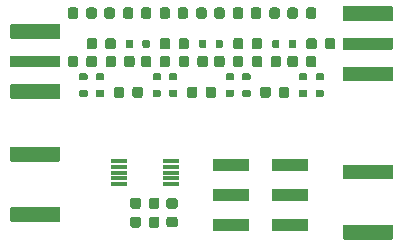
<source format=gtp>
G04 #@! TF.GenerationSoftware,KiCad,Pcbnew,5.1.5-52549c5~84~ubuntu16.04.1*
G04 #@! TF.CreationDate,2020-01-10T16:28:10+01:00*
G04 #@! TF.ProjectId,Filter_PCB_4,46696c74-6572-45f5-9043-425f342e6b69,rev?*
G04 #@! TF.SameCoordinates,Original*
G04 #@! TF.FileFunction,Paste,Top*
G04 #@! TF.FilePolarity,Positive*
%FSLAX46Y46*%
G04 Gerber Fmt 4.6, Leading zero omitted, Abs format (unit mm)*
G04 Created by KiCad (PCBNEW 5.1.5-52549c5~84~ubuntu16.04.1) date 2020-01-10 16:28:10*
%MOMM*%
%LPD*%
G04 APERTURE LIST*
%ADD10C,0.100000*%
%ADD11R,3.150000X1.000000*%
%ADD12R,1.400000X0.300000*%
G04 APERTURE END LIST*
D10*
G36*
X180787252Y-110025602D02*
G01*
X180799386Y-110027402D01*
X180811286Y-110030382D01*
X180822835Y-110034515D01*
X180833925Y-110039760D01*
X180844446Y-110046066D01*
X180854299Y-110053374D01*
X180863388Y-110061612D01*
X180871626Y-110070701D01*
X180878934Y-110080554D01*
X180885240Y-110091075D01*
X180890485Y-110102165D01*
X180894618Y-110113714D01*
X180897598Y-110125614D01*
X180899398Y-110137748D01*
X180900000Y-110150000D01*
X180900000Y-111150000D01*
X180899398Y-111162252D01*
X180897598Y-111174386D01*
X180894618Y-111186286D01*
X180890485Y-111197835D01*
X180885240Y-111208925D01*
X180878934Y-111219446D01*
X180871626Y-111229299D01*
X180863388Y-111238388D01*
X180854299Y-111246626D01*
X180844446Y-111253934D01*
X180833925Y-111260240D01*
X180822835Y-111265485D01*
X180811286Y-111269618D01*
X180799386Y-111272598D01*
X180787252Y-111274398D01*
X180775000Y-111275000D01*
X176775000Y-111275000D01*
X176762748Y-111274398D01*
X176750614Y-111272598D01*
X176738714Y-111269618D01*
X176727165Y-111265485D01*
X176716075Y-111260240D01*
X176705554Y-111253934D01*
X176695701Y-111246626D01*
X176686612Y-111238388D01*
X176678374Y-111229299D01*
X176671066Y-111219446D01*
X176664760Y-111208925D01*
X176659515Y-111197835D01*
X176655382Y-111186286D01*
X176652402Y-111174386D01*
X176650602Y-111162252D01*
X176650000Y-111150000D01*
X176650000Y-110150000D01*
X176650602Y-110137748D01*
X176652402Y-110125614D01*
X176655382Y-110113714D01*
X176659515Y-110102165D01*
X176664760Y-110091075D01*
X176671066Y-110080554D01*
X176678374Y-110070701D01*
X176686612Y-110061612D01*
X176695701Y-110053374D01*
X176705554Y-110046066D01*
X176716075Y-110039760D01*
X176727165Y-110034515D01*
X176738714Y-110030382D01*
X176750614Y-110027402D01*
X176762748Y-110025602D01*
X176775000Y-110025000D01*
X180775000Y-110025000D01*
X180787252Y-110025602D01*
G37*
G36*
X180787252Y-115125602D02*
G01*
X180799386Y-115127402D01*
X180811286Y-115130382D01*
X180822835Y-115134515D01*
X180833925Y-115139760D01*
X180844446Y-115146066D01*
X180854299Y-115153374D01*
X180863388Y-115161612D01*
X180871626Y-115170701D01*
X180878934Y-115180554D01*
X180885240Y-115191075D01*
X180890485Y-115202165D01*
X180894618Y-115213714D01*
X180897598Y-115225614D01*
X180899398Y-115237748D01*
X180900000Y-115250000D01*
X180900000Y-116250000D01*
X180899398Y-116262252D01*
X180897598Y-116274386D01*
X180894618Y-116286286D01*
X180890485Y-116297835D01*
X180885240Y-116308925D01*
X180878934Y-116319446D01*
X180871626Y-116329299D01*
X180863388Y-116338388D01*
X180854299Y-116346626D01*
X180844446Y-116353934D01*
X180833925Y-116360240D01*
X180822835Y-116365485D01*
X180811286Y-116369618D01*
X180799386Y-116372598D01*
X180787252Y-116374398D01*
X180775000Y-116375000D01*
X176775000Y-116375000D01*
X176762748Y-116374398D01*
X176750614Y-116372598D01*
X176738714Y-116369618D01*
X176727165Y-116365485D01*
X176716075Y-116360240D01*
X176705554Y-116353934D01*
X176695701Y-116346626D01*
X176686612Y-116338388D01*
X176678374Y-116329299D01*
X176671066Y-116319446D01*
X176664760Y-116308925D01*
X176659515Y-116297835D01*
X176655382Y-116286286D01*
X176652402Y-116274386D01*
X176650602Y-116262252D01*
X176650000Y-116250000D01*
X176650000Y-115250000D01*
X176650602Y-115237748D01*
X176652402Y-115225614D01*
X176655382Y-115213714D01*
X176659515Y-115202165D01*
X176664760Y-115191075D01*
X176671066Y-115180554D01*
X176678374Y-115170701D01*
X176686612Y-115161612D01*
X176695701Y-115153374D01*
X176705554Y-115146066D01*
X176716075Y-115139760D01*
X176727165Y-115134515D01*
X176738714Y-115130382D01*
X176750614Y-115127402D01*
X176762748Y-115125602D01*
X176775000Y-115125000D01*
X180775000Y-115125000D01*
X180787252Y-115125602D01*
G37*
G36*
X180787252Y-115125602D02*
G01*
X180799386Y-115127402D01*
X180811286Y-115130382D01*
X180822835Y-115134515D01*
X180833925Y-115139760D01*
X180844446Y-115146066D01*
X180854299Y-115153374D01*
X180863388Y-115161612D01*
X180871626Y-115170701D01*
X180878934Y-115180554D01*
X180885240Y-115191075D01*
X180890485Y-115202165D01*
X180894618Y-115213714D01*
X180897598Y-115225614D01*
X180899398Y-115237748D01*
X180900000Y-115250000D01*
X180900000Y-116250000D01*
X180899398Y-116262252D01*
X180897598Y-116274386D01*
X180894618Y-116286286D01*
X180890485Y-116297835D01*
X180885240Y-116308925D01*
X180878934Y-116319446D01*
X180871626Y-116329299D01*
X180863388Y-116338388D01*
X180854299Y-116346626D01*
X180844446Y-116353934D01*
X180833925Y-116360240D01*
X180822835Y-116365485D01*
X180811286Y-116369618D01*
X180799386Y-116372598D01*
X180787252Y-116374398D01*
X180775000Y-116375000D01*
X176775000Y-116375000D01*
X176762748Y-116374398D01*
X176750614Y-116372598D01*
X176738714Y-116369618D01*
X176727165Y-116365485D01*
X176716075Y-116360240D01*
X176705554Y-116353934D01*
X176695701Y-116346626D01*
X176686612Y-116338388D01*
X176678374Y-116329299D01*
X176671066Y-116319446D01*
X176664760Y-116308925D01*
X176659515Y-116297835D01*
X176655382Y-116286286D01*
X176652402Y-116274386D01*
X176650602Y-116262252D01*
X176650000Y-116250000D01*
X176650000Y-115250000D01*
X176650602Y-115237748D01*
X176652402Y-115225614D01*
X176655382Y-115213714D01*
X176659515Y-115202165D01*
X176664760Y-115191075D01*
X176671066Y-115180554D01*
X176678374Y-115170701D01*
X176686612Y-115161612D01*
X176695701Y-115153374D01*
X176705554Y-115146066D01*
X176716075Y-115139760D01*
X176727165Y-115134515D01*
X176738714Y-115130382D01*
X176750614Y-115127402D01*
X176762748Y-115125602D01*
X176775000Y-115125000D01*
X180775000Y-115125000D01*
X180787252Y-115125602D01*
G37*
G36*
X152637252Y-108525602D02*
G01*
X152649386Y-108527402D01*
X152661286Y-108530382D01*
X152672835Y-108534515D01*
X152683925Y-108539760D01*
X152694446Y-108546066D01*
X152704299Y-108553374D01*
X152713388Y-108561612D01*
X152721626Y-108570701D01*
X152728934Y-108580554D01*
X152735240Y-108591075D01*
X152740485Y-108602165D01*
X152744618Y-108613714D01*
X152747598Y-108625614D01*
X152749398Y-108637748D01*
X152750000Y-108650000D01*
X152750000Y-109650000D01*
X152749398Y-109662252D01*
X152747598Y-109674386D01*
X152744618Y-109686286D01*
X152740485Y-109697835D01*
X152735240Y-109708925D01*
X152728934Y-109719446D01*
X152721626Y-109729299D01*
X152713388Y-109738388D01*
X152704299Y-109746626D01*
X152694446Y-109753934D01*
X152683925Y-109760240D01*
X152672835Y-109765485D01*
X152661286Y-109769618D01*
X152649386Y-109772598D01*
X152637252Y-109774398D01*
X152625000Y-109775000D01*
X148625000Y-109775000D01*
X148612748Y-109774398D01*
X148600614Y-109772598D01*
X148588714Y-109769618D01*
X148577165Y-109765485D01*
X148566075Y-109760240D01*
X148555554Y-109753934D01*
X148545701Y-109746626D01*
X148536612Y-109738388D01*
X148528374Y-109729299D01*
X148521066Y-109719446D01*
X148514760Y-109708925D01*
X148509515Y-109697835D01*
X148505382Y-109686286D01*
X148502402Y-109674386D01*
X148500602Y-109662252D01*
X148500000Y-109650000D01*
X148500000Y-108650000D01*
X148500602Y-108637748D01*
X148502402Y-108625614D01*
X148505382Y-108613714D01*
X148509515Y-108602165D01*
X148514760Y-108591075D01*
X148521066Y-108580554D01*
X148528374Y-108570701D01*
X148536612Y-108561612D01*
X148545701Y-108553374D01*
X148555554Y-108546066D01*
X148566075Y-108539760D01*
X148577165Y-108534515D01*
X148588714Y-108530382D01*
X148600614Y-108527402D01*
X148612748Y-108525602D01*
X148625000Y-108525000D01*
X152625000Y-108525000D01*
X152637252Y-108525602D01*
G37*
G36*
X152637252Y-108525602D02*
G01*
X152649386Y-108527402D01*
X152661286Y-108530382D01*
X152672835Y-108534515D01*
X152683925Y-108539760D01*
X152694446Y-108546066D01*
X152704299Y-108553374D01*
X152713388Y-108561612D01*
X152721626Y-108570701D01*
X152728934Y-108580554D01*
X152735240Y-108591075D01*
X152740485Y-108602165D01*
X152744618Y-108613714D01*
X152747598Y-108625614D01*
X152749398Y-108637748D01*
X152750000Y-108650000D01*
X152750000Y-109650000D01*
X152749398Y-109662252D01*
X152747598Y-109674386D01*
X152744618Y-109686286D01*
X152740485Y-109697835D01*
X152735240Y-109708925D01*
X152728934Y-109719446D01*
X152721626Y-109729299D01*
X152713388Y-109738388D01*
X152704299Y-109746626D01*
X152694446Y-109753934D01*
X152683925Y-109760240D01*
X152672835Y-109765485D01*
X152661286Y-109769618D01*
X152649386Y-109772598D01*
X152637252Y-109774398D01*
X152625000Y-109775000D01*
X148625000Y-109775000D01*
X148612748Y-109774398D01*
X148600614Y-109772598D01*
X148588714Y-109769618D01*
X148577165Y-109765485D01*
X148566075Y-109760240D01*
X148555554Y-109753934D01*
X148545701Y-109746626D01*
X148536612Y-109738388D01*
X148528374Y-109729299D01*
X148521066Y-109719446D01*
X148514760Y-109708925D01*
X148509515Y-109697835D01*
X148505382Y-109686286D01*
X148502402Y-109674386D01*
X148500602Y-109662252D01*
X148500000Y-109650000D01*
X148500000Y-108650000D01*
X148500602Y-108637748D01*
X148502402Y-108625614D01*
X148505382Y-108613714D01*
X148509515Y-108602165D01*
X148514760Y-108591075D01*
X148521066Y-108580554D01*
X148528374Y-108570701D01*
X148536612Y-108561612D01*
X148545701Y-108553374D01*
X148555554Y-108546066D01*
X148566075Y-108539760D01*
X148577165Y-108534515D01*
X148588714Y-108530382D01*
X148600614Y-108527402D01*
X148612748Y-108525602D01*
X148625000Y-108525000D01*
X152625000Y-108525000D01*
X152637252Y-108525602D01*
G37*
G36*
X152637252Y-113625602D02*
G01*
X152649386Y-113627402D01*
X152661286Y-113630382D01*
X152672835Y-113634515D01*
X152683925Y-113639760D01*
X152694446Y-113646066D01*
X152704299Y-113653374D01*
X152713388Y-113661612D01*
X152721626Y-113670701D01*
X152728934Y-113680554D01*
X152735240Y-113691075D01*
X152740485Y-113702165D01*
X152744618Y-113713714D01*
X152747598Y-113725614D01*
X152749398Y-113737748D01*
X152750000Y-113750000D01*
X152750000Y-114750000D01*
X152749398Y-114762252D01*
X152747598Y-114774386D01*
X152744618Y-114786286D01*
X152740485Y-114797835D01*
X152735240Y-114808925D01*
X152728934Y-114819446D01*
X152721626Y-114829299D01*
X152713388Y-114838388D01*
X152704299Y-114846626D01*
X152694446Y-114853934D01*
X152683925Y-114860240D01*
X152672835Y-114865485D01*
X152661286Y-114869618D01*
X152649386Y-114872598D01*
X152637252Y-114874398D01*
X152625000Y-114875000D01*
X148625000Y-114875000D01*
X148612748Y-114874398D01*
X148600614Y-114872598D01*
X148588714Y-114869618D01*
X148577165Y-114865485D01*
X148566075Y-114860240D01*
X148555554Y-114853934D01*
X148545701Y-114846626D01*
X148536612Y-114838388D01*
X148528374Y-114829299D01*
X148521066Y-114819446D01*
X148514760Y-114808925D01*
X148509515Y-114797835D01*
X148505382Y-114786286D01*
X148502402Y-114774386D01*
X148500602Y-114762252D01*
X148500000Y-114750000D01*
X148500000Y-113750000D01*
X148500602Y-113737748D01*
X148502402Y-113725614D01*
X148505382Y-113713714D01*
X148509515Y-113702165D01*
X148514760Y-113691075D01*
X148521066Y-113680554D01*
X148528374Y-113670701D01*
X148536612Y-113661612D01*
X148545701Y-113653374D01*
X148555554Y-113646066D01*
X148566075Y-113639760D01*
X148577165Y-113634515D01*
X148588714Y-113630382D01*
X148600614Y-113627402D01*
X148612748Y-113625602D01*
X148625000Y-113625000D01*
X152625000Y-113625000D01*
X152637252Y-113625602D01*
G37*
G36*
X160927691Y-112826053D02*
G01*
X160948926Y-112829203D01*
X160969750Y-112834419D01*
X160989962Y-112841651D01*
X161009368Y-112850830D01*
X161027781Y-112861866D01*
X161045024Y-112874654D01*
X161060930Y-112889070D01*
X161075346Y-112904976D01*
X161088134Y-112922219D01*
X161099170Y-112940632D01*
X161108349Y-112960038D01*
X161115581Y-112980250D01*
X161120797Y-113001074D01*
X161123947Y-113022309D01*
X161125000Y-113043750D01*
X161125000Y-113556250D01*
X161123947Y-113577691D01*
X161120797Y-113598926D01*
X161115581Y-113619750D01*
X161108349Y-113639962D01*
X161099170Y-113659368D01*
X161088134Y-113677781D01*
X161075346Y-113695024D01*
X161060930Y-113710930D01*
X161045024Y-113725346D01*
X161027781Y-113738134D01*
X161009368Y-113749170D01*
X160989962Y-113758349D01*
X160969750Y-113765581D01*
X160948926Y-113770797D01*
X160927691Y-113773947D01*
X160906250Y-113775000D01*
X160468750Y-113775000D01*
X160447309Y-113773947D01*
X160426074Y-113770797D01*
X160405250Y-113765581D01*
X160385038Y-113758349D01*
X160365632Y-113749170D01*
X160347219Y-113738134D01*
X160329976Y-113725346D01*
X160314070Y-113710930D01*
X160299654Y-113695024D01*
X160286866Y-113677781D01*
X160275830Y-113659368D01*
X160266651Y-113639962D01*
X160259419Y-113619750D01*
X160254203Y-113598926D01*
X160251053Y-113577691D01*
X160250000Y-113556250D01*
X160250000Y-113043750D01*
X160251053Y-113022309D01*
X160254203Y-113001074D01*
X160259419Y-112980250D01*
X160266651Y-112960038D01*
X160275830Y-112940632D01*
X160286866Y-112922219D01*
X160299654Y-112904976D01*
X160314070Y-112889070D01*
X160329976Y-112874654D01*
X160347219Y-112861866D01*
X160365632Y-112850830D01*
X160385038Y-112841651D01*
X160405250Y-112834419D01*
X160426074Y-112829203D01*
X160447309Y-112826053D01*
X160468750Y-112825000D01*
X160906250Y-112825000D01*
X160927691Y-112826053D01*
G37*
G36*
X159352691Y-112826053D02*
G01*
X159373926Y-112829203D01*
X159394750Y-112834419D01*
X159414962Y-112841651D01*
X159434368Y-112850830D01*
X159452781Y-112861866D01*
X159470024Y-112874654D01*
X159485930Y-112889070D01*
X159500346Y-112904976D01*
X159513134Y-112922219D01*
X159524170Y-112940632D01*
X159533349Y-112960038D01*
X159540581Y-112980250D01*
X159545797Y-113001074D01*
X159548947Y-113022309D01*
X159550000Y-113043750D01*
X159550000Y-113556250D01*
X159548947Y-113577691D01*
X159545797Y-113598926D01*
X159540581Y-113619750D01*
X159533349Y-113639962D01*
X159524170Y-113659368D01*
X159513134Y-113677781D01*
X159500346Y-113695024D01*
X159485930Y-113710930D01*
X159470024Y-113725346D01*
X159452781Y-113738134D01*
X159434368Y-113749170D01*
X159414962Y-113758349D01*
X159394750Y-113765581D01*
X159373926Y-113770797D01*
X159352691Y-113773947D01*
X159331250Y-113775000D01*
X158893750Y-113775000D01*
X158872309Y-113773947D01*
X158851074Y-113770797D01*
X158830250Y-113765581D01*
X158810038Y-113758349D01*
X158790632Y-113749170D01*
X158772219Y-113738134D01*
X158754976Y-113725346D01*
X158739070Y-113710930D01*
X158724654Y-113695024D01*
X158711866Y-113677781D01*
X158700830Y-113659368D01*
X158691651Y-113639962D01*
X158684419Y-113619750D01*
X158679203Y-113598926D01*
X158676053Y-113577691D01*
X158675000Y-113556250D01*
X158675000Y-113043750D01*
X158676053Y-113022309D01*
X158679203Y-113001074D01*
X158684419Y-112980250D01*
X158691651Y-112960038D01*
X158700830Y-112940632D01*
X158711866Y-112922219D01*
X158724654Y-112904976D01*
X158739070Y-112889070D01*
X158754976Y-112874654D01*
X158772219Y-112861866D01*
X158790632Y-112850830D01*
X158810038Y-112841651D01*
X158830250Y-112834419D01*
X158851074Y-112829203D01*
X158872309Y-112826053D01*
X158893750Y-112825000D01*
X159331250Y-112825000D01*
X159352691Y-112826053D01*
G37*
G36*
X162477691Y-114451053D02*
G01*
X162498926Y-114454203D01*
X162519750Y-114459419D01*
X162539962Y-114466651D01*
X162559368Y-114475830D01*
X162577781Y-114486866D01*
X162595024Y-114499654D01*
X162610930Y-114514070D01*
X162625346Y-114529976D01*
X162638134Y-114547219D01*
X162649170Y-114565632D01*
X162658349Y-114585038D01*
X162665581Y-114605250D01*
X162670797Y-114626074D01*
X162673947Y-114647309D01*
X162675000Y-114668750D01*
X162675000Y-115106250D01*
X162673947Y-115127691D01*
X162670797Y-115148926D01*
X162665581Y-115169750D01*
X162658349Y-115189962D01*
X162649170Y-115209368D01*
X162638134Y-115227781D01*
X162625346Y-115245024D01*
X162610930Y-115260930D01*
X162595024Y-115275346D01*
X162577781Y-115288134D01*
X162559368Y-115299170D01*
X162539962Y-115308349D01*
X162519750Y-115315581D01*
X162498926Y-115320797D01*
X162477691Y-115323947D01*
X162456250Y-115325000D01*
X161943750Y-115325000D01*
X161922309Y-115323947D01*
X161901074Y-115320797D01*
X161880250Y-115315581D01*
X161860038Y-115308349D01*
X161840632Y-115299170D01*
X161822219Y-115288134D01*
X161804976Y-115275346D01*
X161789070Y-115260930D01*
X161774654Y-115245024D01*
X161761866Y-115227781D01*
X161750830Y-115209368D01*
X161741651Y-115189962D01*
X161734419Y-115169750D01*
X161729203Y-115148926D01*
X161726053Y-115127691D01*
X161725000Y-115106250D01*
X161725000Y-114668750D01*
X161726053Y-114647309D01*
X161729203Y-114626074D01*
X161734419Y-114605250D01*
X161741651Y-114585038D01*
X161750830Y-114565632D01*
X161761866Y-114547219D01*
X161774654Y-114529976D01*
X161789070Y-114514070D01*
X161804976Y-114499654D01*
X161822219Y-114486866D01*
X161840632Y-114475830D01*
X161860038Y-114466651D01*
X161880250Y-114459419D01*
X161901074Y-114454203D01*
X161922309Y-114451053D01*
X161943750Y-114450000D01*
X162456250Y-114450000D01*
X162477691Y-114451053D01*
G37*
G36*
X162477691Y-112876053D02*
G01*
X162498926Y-112879203D01*
X162519750Y-112884419D01*
X162539962Y-112891651D01*
X162559368Y-112900830D01*
X162577781Y-112911866D01*
X162595024Y-112924654D01*
X162610930Y-112939070D01*
X162625346Y-112954976D01*
X162638134Y-112972219D01*
X162649170Y-112990632D01*
X162658349Y-113010038D01*
X162665581Y-113030250D01*
X162670797Y-113051074D01*
X162673947Y-113072309D01*
X162675000Y-113093750D01*
X162675000Y-113531250D01*
X162673947Y-113552691D01*
X162670797Y-113573926D01*
X162665581Y-113594750D01*
X162658349Y-113614962D01*
X162649170Y-113634368D01*
X162638134Y-113652781D01*
X162625346Y-113670024D01*
X162610930Y-113685930D01*
X162595024Y-113700346D01*
X162577781Y-113713134D01*
X162559368Y-113724170D01*
X162539962Y-113733349D01*
X162519750Y-113740581D01*
X162498926Y-113745797D01*
X162477691Y-113748947D01*
X162456250Y-113750000D01*
X161943750Y-113750000D01*
X161922309Y-113748947D01*
X161901074Y-113745797D01*
X161880250Y-113740581D01*
X161860038Y-113733349D01*
X161840632Y-113724170D01*
X161822219Y-113713134D01*
X161804976Y-113700346D01*
X161789070Y-113685930D01*
X161774654Y-113670024D01*
X161761866Y-113652781D01*
X161750830Y-113634368D01*
X161741651Y-113614962D01*
X161734419Y-113594750D01*
X161729203Y-113573926D01*
X161726053Y-113552691D01*
X161725000Y-113531250D01*
X161725000Y-113093750D01*
X161726053Y-113072309D01*
X161729203Y-113051074D01*
X161734419Y-113030250D01*
X161741651Y-113010038D01*
X161750830Y-112990632D01*
X161761866Y-112972219D01*
X161774654Y-112954976D01*
X161789070Y-112939070D01*
X161804976Y-112924654D01*
X161822219Y-112911866D01*
X161840632Y-112900830D01*
X161860038Y-112891651D01*
X161880250Y-112884419D01*
X161901074Y-112879203D01*
X161922309Y-112876053D01*
X161943750Y-112875000D01*
X162456250Y-112875000D01*
X162477691Y-112876053D01*
G37*
D11*
X172225000Y-115140000D03*
X167175000Y-115140000D03*
X172225000Y-112600000D03*
X167175000Y-112600000D03*
X172225000Y-110060000D03*
X167175000Y-110060000D03*
D10*
G36*
X159352691Y-114426053D02*
G01*
X159373926Y-114429203D01*
X159394750Y-114434419D01*
X159414962Y-114441651D01*
X159434368Y-114450830D01*
X159452781Y-114461866D01*
X159470024Y-114474654D01*
X159485930Y-114489070D01*
X159500346Y-114504976D01*
X159513134Y-114522219D01*
X159524170Y-114540632D01*
X159533349Y-114560038D01*
X159540581Y-114580250D01*
X159545797Y-114601074D01*
X159548947Y-114622309D01*
X159550000Y-114643750D01*
X159550000Y-115156250D01*
X159548947Y-115177691D01*
X159545797Y-115198926D01*
X159540581Y-115219750D01*
X159533349Y-115239962D01*
X159524170Y-115259368D01*
X159513134Y-115277781D01*
X159500346Y-115295024D01*
X159485930Y-115310930D01*
X159470024Y-115325346D01*
X159452781Y-115338134D01*
X159434368Y-115349170D01*
X159414962Y-115358349D01*
X159394750Y-115365581D01*
X159373926Y-115370797D01*
X159352691Y-115373947D01*
X159331250Y-115375000D01*
X158893750Y-115375000D01*
X158872309Y-115373947D01*
X158851074Y-115370797D01*
X158830250Y-115365581D01*
X158810038Y-115358349D01*
X158790632Y-115349170D01*
X158772219Y-115338134D01*
X158754976Y-115325346D01*
X158739070Y-115310930D01*
X158724654Y-115295024D01*
X158711866Y-115277781D01*
X158700830Y-115259368D01*
X158691651Y-115239962D01*
X158684419Y-115219750D01*
X158679203Y-115198926D01*
X158676053Y-115177691D01*
X158675000Y-115156250D01*
X158675000Y-114643750D01*
X158676053Y-114622309D01*
X158679203Y-114601074D01*
X158684419Y-114580250D01*
X158691651Y-114560038D01*
X158700830Y-114540632D01*
X158711866Y-114522219D01*
X158724654Y-114504976D01*
X158739070Y-114489070D01*
X158754976Y-114474654D01*
X158772219Y-114461866D01*
X158790632Y-114450830D01*
X158810038Y-114441651D01*
X158830250Y-114434419D01*
X158851074Y-114429203D01*
X158872309Y-114426053D01*
X158893750Y-114425000D01*
X159331250Y-114425000D01*
X159352691Y-114426053D01*
G37*
G36*
X160927691Y-114426053D02*
G01*
X160948926Y-114429203D01*
X160969750Y-114434419D01*
X160989962Y-114441651D01*
X161009368Y-114450830D01*
X161027781Y-114461866D01*
X161045024Y-114474654D01*
X161060930Y-114489070D01*
X161075346Y-114504976D01*
X161088134Y-114522219D01*
X161099170Y-114540632D01*
X161108349Y-114560038D01*
X161115581Y-114580250D01*
X161120797Y-114601074D01*
X161123947Y-114622309D01*
X161125000Y-114643750D01*
X161125000Y-115156250D01*
X161123947Y-115177691D01*
X161120797Y-115198926D01*
X161115581Y-115219750D01*
X161108349Y-115239962D01*
X161099170Y-115259368D01*
X161088134Y-115277781D01*
X161075346Y-115295024D01*
X161060930Y-115310930D01*
X161045024Y-115325346D01*
X161027781Y-115338134D01*
X161009368Y-115349170D01*
X160989962Y-115358349D01*
X160969750Y-115365581D01*
X160948926Y-115370797D01*
X160927691Y-115373947D01*
X160906250Y-115375000D01*
X160468750Y-115375000D01*
X160447309Y-115373947D01*
X160426074Y-115370797D01*
X160405250Y-115365581D01*
X160385038Y-115358349D01*
X160365632Y-115349170D01*
X160347219Y-115338134D01*
X160329976Y-115325346D01*
X160314070Y-115310930D01*
X160299654Y-115295024D01*
X160286866Y-115277781D01*
X160275830Y-115259368D01*
X160266651Y-115239962D01*
X160259419Y-115219750D01*
X160254203Y-115198926D01*
X160251053Y-115177691D01*
X160250000Y-115156250D01*
X160250000Y-114643750D01*
X160251053Y-114622309D01*
X160254203Y-114601074D01*
X160259419Y-114580250D01*
X160266651Y-114560038D01*
X160275830Y-114540632D01*
X160286866Y-114522219D01*
X160299654Y-114504976D01*
X160314070Y-114489070D01*
X160329976Y-114474654D01*
X160347219Y-114461866D01*
X160365632Y-114450830D01*
X160385038Y-114441651D01*
X160405250Y-114434419D01*
X160426074Y-114429203D01*
X160447309Y-114426053D01*
X160468750Y-114425000D01*
X160906250Y-114425000D01*
X160927691Y-114426053D01*
G37*
D12*
X162100000Y-111700000D03*
X162100000Y-111200000D03*
X162100000Y-110700000D03*
X162100000Y-110200000D03*
X162100000Y-109700000D03*
X157700000Y-109700000D03*
X157700000Y-110200000D03*
X157700000Y-110700000D03*
X157700000Y-111200000D03*
X157700000Y-111700000D03*
D10*
G36*
X173514703Y-102300722D02*
G01*
X173529264Y-102302882D01*
X173543543Y-102306459D01*
X173557403Y-102311418D01*
X173570710Y-102317712D01*
X173583336Y-102325280D01*
X173595159Y-102334048D01*
X173606066Y-102343934D01*
X173615952Y-102354841D01*
X173624720Y-102366664D01*
X173632288Y-102379290D01*
X173638582Y-102392597D01*
X173643541Y-102406457D01*
X173647118Y-102420736D01*
X173649278Y-102435297D01*
X173650000Y-102450000D01*
X173650000Y-102750000D01*
X173649278Y-102764703D01*
X173647118Y-102779264D01*
X173643541Y-102793543D01*
X173638582Y-102807403D01*
X173632288Y-102820710D01*
X173624720Y-102833336D01*
X173615952Y-102845159D01*
X173606066Y-102856066D01*
X173595159Y-102865952D01*
X173583336Y-102874720D01*
X173570710Y-102882288D01*
X173557403Y-102888582D01*
X173543543Y-102893541D01*
X173529264Y-102897118D01*
X173514703Y-102899278D01*
X173500000Y-102900000D01*
X173100000Y-102900000D01*
X173085297Y-102899278D01*
X173070736Y-102897118D01*
X173056457Y-102893541D01*
X173042597Y-102888582D01*
X173029290Y-102882288D01*
X173016664Y-102874720D01*
X173004841Y-102865952D01*
X172993934Y-102856066D01*
X172984048Y-102845159D01*
X172975280Y-102833336D01*
X172967712Y-102820710D01*
X172961418Y-102807403D01*
X172956459Y-102793543D01*
X172952882Y-102779264D01*
X172950722Y-102764703D01*
X172950000Y-102750000D01*
X172950000Y-102450000D01*
X172950722Y-102435297D01*
X172952882Y-102420736D01*
X172956459Y-102406457D01*
X172961418Y-102392597D01*
X172967712Y-102379290D01*
X172975280Y-102366664D01*
X172984048Y-102354841D01*
X172993934Y-102343934D01*
X173004841Y-102334048D01*
X173016664Y-102325280D01*
X173029290Y-102317712D01*
X173042597Y-102311418D01*
X173056457Y-102306459D01*
X173070736Y-102302882D01*
X173085297Y-102300722D01*
X173100000Y-102300000D01*
X173500000Y-102300000D01*
X173514703Y-102300722D01*
G37*
G36*
X173514703Y-103700722D02*
G01*
X173529264Y-103702882D01*
X173543543Y-103706459D01*
X173557403Y-103711418D01*
X173570710Y-103717712D01*
X173583336Y-103725280D01*
X173595159Y-103734048D01*
X173606066Y-103743934D01*
X173615952Y-103754841D01*
X173624720Y-103766664D01*
X173632288Y-103779290D01*
X173638582Y-103792597D01*
X173643541Y-103806457D01*
X173647118Y-103820736D01*
X173649278Y-103835297D01*
X173650000Y-103850000D01*
X173650000Y-104150000D01*
X173649278Y-104164703D01*
X173647118Y-104179264D01*
X173643541Y-104193543D01*
X173638582Y-104207403D01*
X173632288Y-104220710D01*
X173624720Y-104233336D01*
X173615952Y-104245159D01*
X173606066Y-104256066D01*
X173595159Y-104265952D01*
X173583336Y-104274720D01*
X173570710Y-104282288D01*
X173557403Y-104288582D01*
X173543543Y-104293541D01*
X173529264Y-104297118D01*
X173514703Y-104299278D01*
X173500000Y-104300000D01*
X173100000Y-104300000D01*
X173085297Y-104299278D01*
X173070736Y-104297118D01*
X173056457Y-104293541D01*
X173042597Y-104288582D01*
X173029290Y-104282288D01*
X173016664Y-104274720D01*
X173004841Y-104265952D01*
X172993934Y-104256066D01*
X172984048Y-104245159D01*
X172975280Y-104233336D01*
X172967712Y-104220710D01*
X172961418Y-104207403D01*
X172956459Y-104193543D01*
X172952882Y-104179264D01*
X172950722Y-104164703D01*
X172950000Y-104150000D01*
X172950000Y-103850000D01*
X172950722Y-103835297D01*
X172952882Y-103820736D01*
X172956459Y-103806457D01*
X172961418Y-103792597D01*
X172967712Y-103779290D01*
X172975280Y-103766664D01*
X172984048Y-103754841D01*
X172993934Y-103743934D01*
X173004841Y-103734048D01*
X173016664Y-103725280D01*
X173029290Y-103717712D01*
X173042597Y-103711418D01*
X173056457Y-103706459D01*
X173070736Y-103702882D01*
X173085297Y-103700722D01*
X173100000Y-103700000D01*
X173500000Y-103700000D01*
X173514703Y-103700722D01*
G37*
G36*
X167314703Y-102300722D02*
G01*
X167329264Y-102302882D01*
X167343543Y-102306459D01*
X167357403Y-102311418D01*
X167370710Y-102317712D01*
X167383336Y-102325280D01*
X167395159Y-102334048D01*
X167406066Y-102343934D01*
X167415952Y-102354841D01*
X167424720Y-102366664D01*
X167432288Y-102379290D01*
X167438582Y-102392597D01*
X167443541Y-102406457D01*
X167447118Y-102420736D01*
X167449278Y-102435297D01*
X167450000Y-102450000D01*
X167450000Y-102750000D01*
X167449278Y-102764703D01*
X167447118Y-102779264D01*
X167443541Y-102793543D01*
X167438582Y-102807403D01*
X167432288Y-102820710D01*
X167424720Y-102833336D01*
X167415952Y-102845159D01*
X167406066Y-102856066D01*
X167395159Y-102865952D01*
X167383336Y-102874720D01*
X167370710Y-102882288D01*
X167357403Y-102888582D01*
X167343543Y-102893541D01*
X167329264Y-102897118D01*
X167314703Y-102899278D01*
X167300000Y-102900000D01*
X166900000Y-102900000D01*
X166885297Y-102899278D01*
X166870736Y-102897118D01*
X166856457Y-102893541D01*
X166842597Y-102888582D01*
X166829290Y-102882288D01*
X166816664Y-102874720D01*
X166804841Y-102865952D01*
X166793934Y-102856066D01*
X166784048Y-102845159D01*
X166775280Y-102833336D01*
X166767712Y-102820710D01*
X166761418Y-102807403D01*
X166756459Y-102793543D01*
X166752882Y-102779264D01*
X166750722Y-102764703D01*
X166750000Y-102750000D01*
X166750000Y-102450000D01*
X166750722Y-102435297D01*
X166752882Y-102420736D01*
X166756459Y-102406457D01*
X166761418Y-102392597D01*
X166767712Y-102379290D01*
X166775280Y-102366664D01*
X166784048Y-102354841D01*
X166793934Y-102343934D01*
X166804841Y-102334048D01*
X166816664Y-102325280D01*
X166829290Y-102317712D01*
X166842597Y-102311418D01*
X166856457Y-102306459D01*
X166870736Y-102302882D01*
X166885297Y-102300722D01*
X166900000Y-102300000D01*
X167300000Y-102300000D01*
X167314703Y-102300722D01*
G37*
G36*
X167314703Y-103700722D02*
G01*
X167329264Y-103702882D01*
X167343543Y-103706459D01*
X167357403Y-103711418D01*
X167370710Y-103717712D01*
X167383336Y-103725280D01*
X167395159Y-103734048D01*
X167406066Y-103743934D01*
X167415952Y-103754841D01*
X167424720Y-103766664D01*
X167432288Y-103779290D01*
X167438582Y-103792597D01*
X167443541Y-103806457D01*
X167447118Y-103820736D01*
X167449278Y-103835297D01*
X167450000Y-103850000D01*
X167450000Y-104150000D01*
X167449278Y-104164703D01*
X167447118Y-104179264D01*
X167443541Y-104193543D01*
X167438582Y-104207403D01*
X167432288Y-104220710D01*
X167424720Y-104233336D01*
X167415952Y-104245159D01*
X167406066Y-104256066D01*
X167395159Y-104265952D01*
X167383336Y-104274720D01*
X167370710Y-104282288D01*
X167357403Y-104288582D01*
X167343543Y-104293541D01*
X167329264Y-104297118D01*
X167314703Y-104299278D01*
X167300000Y-104300000D01*
X166900000Y-104300000D01*
X166885297Y-104299278D01*
X166870736Y-104297118D01*
X166856457Y-104293541D01*
X166842597Y-104288582D01*
X166829290Y-104282288D01*
X166816664Y-104274720D01*
X166804841Y-104265952D01*
X166793934Y-104256066D01*
X166784048Y-104245159D01*
X166775280Y-104233336D01*
X166767712Y-104220710D01*
X166761418Y-104207403D01*
X166756459Y-104193543D01*
X166752882Y-104179264D01*
X166750722Y-104164703D01*
X166750000Y-104150000D01*
X166750000Y-103850000D01*
X166750722Y-103835297D01*
X166752882Y-103820736D01*
X166756459Y-103806457D01*
X166761418Y-103792597D01*
X166767712Y-103779290D01*
X166775280Y-103766664D01*
X166784048Y-103754841D01*
X166793934Y-103743934D01*
X166804841Y-103734048D01*
X166816664Y-103725280D01*
X166829290Y-103717712D01*
X166842597Y-103711418D01*
X166856457Y-103706459D01*
X166870736Y-103702882D01*
X166885297Y-103700722D01*
X166900000Y-103700000D01*
X167300000Y-103700000D01*
X167314703Y-103700722D01*
G37*
G36*
X161114703Y-102300722D02*
G01*
X161129264Y-102302882D01*
X161143543Y-102306459D01*
X161157403Y-102311418D01*
X161170710Y-102317712D01*
X161183336Y-102325280D01*
X161195159Y-102334048D01*
X161206066Y-102343934D01*
X161215952Y-102354841D01*
X161224720Y-102366664D01*
X161232288Y-102379290D01*
X161238582Y-102392597D01*
X161243541Y-102406457D01*
X161247118Y-102420736D01*
X161249278Y-102435297D01*
X161250000Y-102450000D01*
X161250000Y-102750000D01*
X161249278Y-102764703D01*
X161247118Y-102779264D01*
X161243541Y-102793543D01*
X161238582Y-102807403D01*
X161232288Y-102820710D01*
X161224720Y-102833336D01*
X161215952Y-102845159D01*
X161206066Y-102856066D01*
X161195159Y-102865952D01*
X161183336Y-102874720D01*
X161170710Y-102882288D01*
X161157403Y-102888582D01*
X161143543Y-102893541D01*
X161129264Y-102897118D01*
X161114703Y-102899278D01*
X161100000Y-102900000D01*
X160700000Y-102900000D01*
X160685297Y-102899278D01*
X160670736Y-102897118D01*
X160656457Y-102893541D01*
X160642597Y-102888582D01*
X160629290Y-102882288D01*
X160616664Y-102874720D01*
X160604841Y-102865952D01*
X160593934Y-102856066D01*
X160584048Y-102845159D01*
X160575280Y-102833336D01*
X160567712Y-102820710D01*
X160561418Y-102807403D01*
X160556459Y-102793543D01*
X160552882Y-102779264D01*
X160550722Y-102764703D01*
X160550000Y-102750000D01*
X160550000Y-102450000D01*
X160550722Y-102435297D01*
X160552882Y-102420736D01*
X160556459Y-102406457D01*
X160561418Y-102392597D01*
X160567712Y-102379290D01*
X160575280Y-102366664D01*
X160584048Y-102354841D01*
X160593934Y-102343934D01*
X160604841Y-102334048D01*
X160616664Y-102325280D01*
X160629290Y-102317712D01*
X160642597Y-102311418D01*
X160656457Y-102306459D01*
X160670736Y-102302882D01*
X160685297Y-102300722D01*
X160700000Y-102300000D01*
X161100000Y-102300000D01*
X161114703Y-102300722D01*
G37*
G36*
X161114703Y-103700722D02*
G01*
X161129264Y-103702882D01*
X161143543Y-103706459D01*
X161157403Y-103711418D01*
X161170710Y-103717712D01*
X161183336Y-103725280D01*
X161195159Y-103734048D01*
X161206066Y-103743934D01*
X161215952Y-103754841D01*
X161224720Y-103766664D01*
X161232288Y-103779290D01*
X161238582Y-103792597D01*
X161243541Y-103806457D01*
X161247118Y-103820736D01*
X161249278Y-103835297D01*
X161250000Y-103850000D01*
X161250000Y-104150000D01*
X161249278Y-104164703D01*
X161247118Y-104179264D01*
X161243541Y-104193543D01*
X161238582Y-104207403D01*
X161232288Y-104220710D01*
X161224720Y-104233336D01*
X161215952Y-104245159D01*
X161206066Y-104256066D01*
X161195159Y-104265952D01*
X161183336Y-104274720D01*
X161170710Y-104282288D01*
X161157403Y-104288582D01*
X161143543Y-104293541D01*
X161129264Y-104297118D01*
X161114703Y-104299278D01*
X161100000Y-104300000D01*
X160700000Y-104300000D01*
X160685297Y-104299278D01*
X160670736Y-104297118D01*
X160656457Y-104293541D01*
X160642597Y-104288582D01*
X160629290Y-104282288D01*
X160616664Y-104274720D01*
X160604841Y-104265952D01*
X160593934Y-104256066D01*
X160584048Y-104245159D01*
X160575280Y-104233336D01*
X160567712Y-104220710D01*
X160561418Y-104207403D01*
X160556459Y-104193543D01*
X160552882Y-104179264D01*
X160550722Y-104164703D01*
X160550000Y-104150000D01*
X160550000Y-103850000D01*
X160550722Y-103835297D01*
X160552882Y-103820736D01*
X160556459Y-103806457D01*
X160561418Y-103792597D01*
X160567712Y-103779290D01*
X160575280Y-103766664D01*
X160584048Y-103754841D01*
X160593934Y-103743934D01*
X160604841Y-103734048D01*
X160616664Y-103725280D01*
X160629290Y-103717712D01*
X160642597Y-103711418D01*
X160656457Y-103706459D01*
X160670736Y-103702882D01*
X160685297Y-103700722D01*
X160700000Y-103700000D01*
X161100000Y-103700000D01*
X161114703Y-103700722D01*
G37*
G36*
X154914703Y-102300722D02*
G01*
X154929264Y-102302882D01*
X154943543Y-102306459D01*
X154957403Y-102311418D01*
X154970710Y-102317712D01*
X154983336Y-102325280D01*
X154995159Y-102334048D01*
X155006066Y-102343934D01*
X155015952Y-102354841D01*
X155024720Y-102366664D01*
X155032288Y-102379290D01*
X155038582Y-102392597D01*
X155043541Y-102406457D01*
X155047118Y-102420736D01*
X155049278Y-102435297D01*
X155050000Y-102450000D01*
X155050000Y-102750000D01*
X155049278Y-102764703D01*
X155047118Y-102779264D01*
X155043541Y-102793543D01*
X155038582Y-102807403D01*
X155032288Y-102820710D01*
X155024720Y-102833336D01*
X155015952Y-102845159D01*
X155006066Y-102856066D01*
X154995159Y-102865952D01*
X154983336Y-102874720D01*
X154970710Y-102882288D01*
X154957403Y-102888582D01*
X154943543Y-102893541D01*
X154929264Y-102897118D01*
X154914703Y-102899278D01*
X154900000Y-102900000D01*
X154500000Y-102900000D01*
X154485297Y-102899278D01*
X154470736Y-102897118D01*
X154456457Y-102893541D01*
X154442597Y-102888582D01*
X154429290Y-102882288D01*
X154416664Y-102874720D01*
X154404841Y-102865952D01*
X154393934Y-102856066D01*
X154384048Y-102845159D01*
X154375280Y-102833336D01*
X154367712Y-102820710D01*
X154361418Y-102807403D01*
X154356459Y-102793543D01*
X154352882Y-102779264D01*
X154350722Y-102764703D01*
X154350000Y-102750000D01*
X154350000Y-102450000D01*
X154350722Y-102435297D01*
X154352882Y-102420736D01*
X154356459Y-102406457D01*
X154361418Y-102392597D01*
X154367712Y-102379290D01*
X154375280Y-102366664D01*
X154384048Y-102354841D01*
X154393934Y-102343934D01*
X154404841Y-102334048D01*
X154416664Y-102325280D01*
X154429290Y-102317712D01*
X154442597Y-102311418D01*
X154456457Y-102306459D01*
X154470736Y-102302882D01*
X154485297Y-102300722D01*
X154500000Y-102300000D01*
X154900000Y-102300000D01*
X154914703Y-102300722D01*
G37*
G36*
X154914703Y-103700722D02*
G01*
X154929264Y-103702882D01*
X154943543Y-103706459D01*
X154957403Y-103711418D01*
X154970710Y-103717712D01*
X154983336Y-103725280D01*
X154995159Y-103734048D01*
X155006066Y-103743934D01*
X155015952Y-103754841D01*
X155024720Y-103766664D01*
X155032288Y-103779290D01*
X155038582Y-103792597D01*
X155043541Y-103806457D01*
X155047118Y-103820736D01*
X155049278Y-103835297D01*
X155050000Y-103850000D01*
X155050000Y-104150000D01*
X155049278Y-104164703D01*
X155047118Y-104179264D01*
X155043541Y-104193543D01*
X155038582Y-104207403D01*
X155032288Y-104220710D01*
X155024720Y-104233336D01*
X155015952Y-104245159D01*
X155006066Y-104256066D01*
X154995159Y-104265952D01*
X154983336Y-104274720D01*
X154970710Y-104282288D01*
X154957403Y-104288582D01*
X154943543Y-104293541D01*
X154929264Y-104297118D01*
X154914703Y-104299278D01*
X154900000Y-104300000D01*
X154500000Y-104300000D01*
X154485297Y-104299278D01*
X154470736Y-104297118D01*
X154456457Y-104293541D01*
X154442597Y-104288582D01*
X154429290Y-104282288D01*
X154416664Y-104274720D01*
X154404841Y-104265952D01*
X154393934Y-104256066D01*
X154384048Y-104245159D01*
X154375280Y-104233336D01*
X154367712Y-104220710D01*
X154361418Y-104207403D01*
X154356459Y-104193543D01*
X154352882Y-104179264D01*
X154350722Y-104164703D01*
X154350000Y-104150000D01*
X154350000Y-103850000D01*
X154350722Y-103835297D01*
X154352882Y-103820736D01*
X154356459Y-103806457D01*
X154361418Y-103792597D01*
X154367712Y-103779290D01*
X154375280Y-103766664D01*
X154384048Y-103754841D01*
X154393934Y-103743934D01*
X154404841Y-103734048D01*
X154416664Y-103725280D01*
X154429290Y-103717712D01*
X154442597Y-103711418D01*
X154456457Y-103706459D01*
X154470736Y-103702882D01*
X154485297Y-103700722D01*
X154500000Y-103700000D01*
X154900000Y-103700000D01*
X154914703Y-103700722D01*
G37*
G36*
X152637252Y-103225602D02*
G01*
X152649386Y-103227402D01*
X152661286Y-103230382D01*
X152672835Y-103234515D01*
X152683925Y-103239760D01*
X152694446Y-103246066D01*
X152704299Y-103253374D01*
X152713388Y-103261612D01*
X152721626Y-103270701D01*
X152728934Y-103280554D01*
X152735240Y-103291075D01*
X152740485Y-103302165D01*
X152744618Y-103313714D01*
X152747598Y-103325614D01*
X152749398Y-103337748D01*
X152750000Y-103350000D01*
X152750000Y-104350000D01*
X152749398Y-104362252D01*
X152747598Y-104374386D01*
X152744618Y-104386286D01*
X152740485Y-104397835D01*
X152735240Y-104408925D01*
X152728934Y-104419446D01*
X152721626Y-104429299D01*
X152713388Y-104438388D01*
X152704299Y-104446626D01*
X152694446Y-104453934D01*
X152683925Y-104460240D01*
X152672835Y-104465485D01*
X152661286Y-104469618D01*
X152649386Y-104472598D01*
X152637252Y-104474398D01*
X152625000Y-104475000D01*
X148625000Y-104475000D01*
X148612748Y-104474398D01*
X148600614Y-104472598D01*
X148588714Y-104469618D01*
X148577165Y-104465485D01*
X148566075Y-104460240D01*
X148555554Y-104453934D01*
X148545701Y-104446626D01*
X148536612Y-104438388D01*
X148528374Y-104429299D01*
X148521066Y-104419446D01*
X148514760Y-104408925D01*
X148509515Y-104397835D01*
X148505382Y-104386286D01*
X148502402Y-104374386D01*
X148500602Y-104362252D01*
X148500000Y-104350000D01*
X148500000Y-103350000D01*
X148500602Y-103337748D01*
X148502402Y-103325614D01*
X148505382Y-103313714D01*
X148509515Y-103302165D01*
X148514760Y-103291075D01*
X148521066Y-103280554D01*
X148528374Y-103270701D01*
X148536612Y-103261612D01*
X148545701Y-103253374D01*
X148555554Y-103246066D01*
X148566075Y-103239760D01*
X148577165Y-103234515D01*
X148588714Y-103230382D01*
X148600614Y-103227402D01*
X148612748Y-103225602D01*
X148625000Y-103225000D01*
X152625000Y-103225000D01*
X152637252Y-103225602D01*
G37*
G36*
X152659802Y-100800482D02*
G01*
X152669509Y-100801921D01*
X152679028Y-100804306D01*
X152688268Y-100807612D01*
X152697140Y-100811808D01*
X152705557Y-100816853D01*
X152713439Y-100822699D01*
X152720711Y-100829289D01*
X152727301Y-100836561D01*
X152733147Y-100844443D01*
X152738192Y-100852860D01*
X152742388Y-100861732D01*
X152745694Y-100870972D01*
X152748079Y-100880491D01*
X152749518Y-100890198D01*
X152750000Y-100900000D01*
X152750000Y-101700000D01*
X152749518Y-101709802D01*
X152748079Y-101719509D01*
X152745694Y-101729028D01*
X152742388Y-101738268D01*
X152738192Y-101747140D01*
X152733147Y-101755557D01*
X152727301Y-101763439D01*
X152720711Y-101770711D01*
X152713439Y-101777301D01*
X152705557Y-101783147D01*
X152697140Y-101788192D01*
X152688268Y-101792388D01*
X152679028Y-101795694D01*
X152669509Y-101798079D01*
X152659802Y-101799518D01*
X152650000Y-101800000D01*
X148600000Y-101800000D01*
X148590198Y-101799518D01*
X148580491Y-101798079D01*
X148570972Y-101795694D01*
X148561732Y-101792388D01*
X148552860Y-101788192D01*
X148544443Y-101783147D01*
X148536561Y-101777301D01*
X148529289Y-101770711D01*
X148522699Y-101763439D01*
X148516853Y-101755557D01*
X148511808Y-101747140D01*
X148507612Y-101738268D01*
X148504306Y-101729028D01*
X148501921Y-101719509D01*
X148500482Y-101709802D01*
X148500000Y-101700000D01*
X148500000Y-100900000D01*
X148500482Y-100890198D01*
X148501921Y-100880491D01*
X148504306Y-100870972D01*
X148507612Y-100861732D01*
X148511808Y-100852860D01*
X148516853Y-100844443D01*
X148522699Y-100836561D01*
X148529289Y-100829289D01*
X148536561Y-100822699D01*
X148544443Y-100816853D01*
X148552860Y-100811808D01*
X148561732Y-100807612D01*
X148570972Y-100804306D01*
X148580491Y-100801921D01*
X148590198Y-100800482D01*
X148600000Y-100800000D01*
X152650000Y-100800000D01*
X152659802Y-100800482D01*
G37*
G36*
X152637252Y-98125602D02*
G01*
X152649386Y-98127402D01*
X152661286Y-98130382D01*
X152672835Y-98134515D01*
X152683925Y-98139760D01*
X152694446Y-98146066D01*
X152704299Y-98153374D01*
X152713388Y-98161612D01*
X152721626Y-98170701D01*
X152728934Y-98180554D01*
X152735240Y-98191075D01*
X152740485Y-98202165D01*
X152744618Y-98213714D01*
X152747598Y-98225614D01*
X152749398Y-98237748D01*
X152750000Y-98250000D01*
X152750000Y-99250000D01*
X152749398Y-99262252D01*
X152747598Y-99274386D01*
X152744618Y-99286286D01*
X152740485Y-99297835D01*
X152735240Y-99308925D01*
X152728934Y-99319446D01*
X152721626Y-99329299D01*
X152713388Y-99338388D01*
X152704299Y-99346626D01*
X152694446Y-99353934D01*
X152683925Y-99360240D01*
X152672835Y-99365485D01*
X152661286Y-99369618D01*
X152649386Y-99372598D01*
X152637252Y-99374398D01*
X152625000Y-99375000D01*
X148625000Y-99375000D01*
X148612748Y-99374398D01*
X148600614Y-99372598D01*
X148588714Y-99369618D01*
X148577165Y-99365485D01*
X148566075Y-99360240D01*
X148555554Y-99353934D01*
X148545701Y-99346626D01*
X148536612Y-99338388D01*
X148528374Y-99329299D01*
X148521066Y-99319446D01*
X148514760Y-99308925D01*
X148509515Y-99297835D01*
X148505382Y-99286286D01*
X148502402Y-99274386D01*
X148500602Y-99262252D01*
X148500000Y-99250000D01*
X148500000Y-98250000D01*
X148500602Y-98237748D01*
X148502402Y-98225614D01*
X148505382Y-98213714D01*
X148509515Y-98202165D01*
X148514760Y-98191075D01*
X148521066Y-98180554D01*
X148528374Y-98170701D01*
X148536612Y-98161612D01*
X148545701Y-98153374D01*
X148555554Y-98146066D01*
X148566075Y-98139760D01*
X148577165Y-98134515D01*
X148588714Y-98130382D01*
X148600614Y-98127402D01*
X148612748Y-98125602D01*
X148625000Y-98125000D01*
X152625000Y-98125000D01*
X152637252Y-98125602D01*
G37*
G36*
X172652691Y-96726053D02*
G01*
X172673926Y-96729203D01*
X172694750Y-96734419D01*
X172714962Y-96741651D01*
X172734368Y-96750830D01*
X172752781Y-96761866D01*
X172770024Y-96774654D01*
X172785930Y-96789070D01*
X172800346Y-96804976D01*
X172813134Y-96822219D01*
X172824170Y-96840632D01*
X172833349Y-96860038D01*
X172840581Y-96880250D01*
X172845797Y-96901074D01*
X172848947Y-96922309D01*
X172850000Y-96943750D01*
X172850000Y-97456250D01*
X172848947Y-97477691D01*
X172845797Y-97498926D01*
X172840581Y-97519750D01*
X172833349Y-97539962D01*
X172824170Y-97559368D01*
X172813134Y-97577781D01*
X172800346Y-97595024D01*
X172785930Y-97610930D01*
X172770024Y-97625346D01*
X172752781Y-97638134D01*
X172734368Y-97649170D01*
X172714962Y-97658349D01*
X172694750Y-97665581D01*
X172673926Y-97670797D01*
X172652691Y-97673947D01*
X172631250Y-97675000D01*
X172193750Y-97675000D01*
X172172309Y-97673947D01*
X172151074Y-97670797D01*
X172130250Y-97665581D01*
X172110038Y-97658349D01*
X172090632Y-97649170D01*
X172072219Y-97638134D01*
X172054976Y-97625346D01*
X172039070Y-97610930D01*
X172024654Y-97595024D01*
X172011866Y-97577781D01*
X172000830Y-97559368D01*
X171991651Y-97539962D01*
X171984419Y-97519750D01*
X171979203Y-97498926D01*
X171976053Y-97477691D01*
X171975000Y-97456250D01*
X171975000Y-96943750D01*
X171976053Y-96922309D01*
X171979203Y-96901074D01*
X171984419Y-96880250D01*
X171991651Y-96860038D01*
X172000830Y-96840632D01*
X172011866Y-96822219D01*
X172024654Y-96804976D01*
X172039070Y-96789070D01*
X172054976Y-96774654D01*
X172072219Y-96761866D01*
X172090632Y-96750830D01*
X172110038Y-96741651D01*
X172130250Y-96734419D01*
X172151074Y-96729203D01*
X172172309Y-96726053D01*
X172193750Y-96725000D01*
X172631250Y-96725000D01*
X172652691Y-96726053D01*
G37*
G36*
X174227691Y-96726053D02*
G01*
X174248926Y-96729203D01*
X174269750Y-96734419D01*
X174289962Y-96741651D01*
X174309368Y-96750830D01*
X174327781Y-96761866D01*
X174345024Y-96774654D01*
X174360930Y-96789070D01*
X174375346Y-96804976D01*
X174388134Y-96822219D01*
X174399170Y-96840632D01*
X174408349Y-96860038D01*
X174415581Y-96880250D01*
X174420797Y-96901074D01*
X174423947Y-96922309D01*
X174425000Y-96943750D01*
X174425000Y-97456250D01*
X174423947Y-97477691D01*
X174420797Y-97498926D01*
X174415581Y-97519750D01*
X174408349Y-97539962D01*
X174399170Y-97559368D01*
X174388134Y-97577781D01*
X174375346Y-97595024D01*
X174360930Y-97610930D01*
X174345024Y-97625346D01*
X174327781Y-97638134D01*
X174309368Y-97649170D01*
X174289962Y-97658349D01*
X174269750Y-97665581D01*
X174248926Y-97670797D01*
X174227691Y-97673947D01*
X174206250Y-97675000D01*
X173768750Y-97675000D01*
X173747309Y-97673947D01*
X173726074Y-97670797D01*
X173705250Y-97665581D01*
X173685038Y-97658349D01*
X173665632Y-97649170D01*
X173647219Y-97638134D01*
X173629976Y-97625346D01*
X173614070Y-97610930D01*
X173599654Y-97595024D01*
X173586866Y-97577781D01*
X173575830Y-97559368D01*
X173566651Y-97539962D01*
X173559419Y-97519750D01*
X173554203Y-97498926D01*
X173551053Y-97477691D01*
X173550000Y-97456250D01*
X173550000Y-96943750D01*
X173551053Y-96922309D01*
X173554203Y-96901074D01*
X173559419Y-96880250D01*
X173566651Y-96860038D01*
X173575830Y-96840632D01*
X173586866Y-96822219D01*
X173599654Y-96804976D01*
X173614070Y-96789070D01*
X173629976Y-96774654D01*
X173647219Y-96761866D01*
X173665632Y-96750830D01*
X173685038Y-96741651D01*
X173705250Y-96734419D01*
X173726074Y-96729203D01*
X173747309Y-96726053D01*
X173768750Y-96725000D01*
X174206250Y-96725000D01*
X174227691Y-96726053D01*
G37*
G36*
X171927691Y-103426053D02*
G01*
X171948926Y-103429203D01*
X171969750Y-103434419D01*
X171989962Y-103441651D01*
X172009368Y-103450830D01*
X172027781Y-103461866D01*
X172045024Y-103474654D01*
X172060930Y-103489070D01*
X172075346Y-103504976D01*
X172088134Y-103522219D01*
X172099170Y-103540632D01*
X172108349Y-103560038D01*
X172115581Y-103580250D01*
X172120797Y-103601074D01*
X172123947Y-103622309D01*
X172125000Y-103643750D01*
X172125000Y-104156250D01*
X172123947Y-104177691D01*
X172120797Y-104198926D01*
X172115581Y-104219750D01*
X172108349Y-104239962D01*
X172099170Y-104259368D01*
X172088134Y-104277781D01*
X172075346Y-104295024D01*
X172060930Y-104310930D01*
X172045024Y-104325346D01*
X172027781Y-104338134D01*
X172009368Y-104349170D01*
X171989962Y-104358349D01*
X171969750Y-104365581D01*
X171948926Y-104370797D01*
X171927691Y-104373947D01*
X171906250Y-104375000D01*
X171468750Y-104375000D01*
X171447309Y-104373947D01*
X171426074Y-104370797D01*
X171405250Y-104365581D01*
X171385038Y-104358349D01*
X171365632Y-104349170D01*
X171347219Y-104338134D01*
X171329976Y-104325346D01*
X171314070Y-104310930D01*
X171299654Y-104295024D01*
X171286866Y-104277781D01*
X171275830Y-104259368D01*
X171266651Y-104239962D01*
X171259419Y-104219750D01*
X171254203Y-104198926D01*
X171251053Y-104177691D01*
X171250000Y-104156250D01*
X171250000Y-103643750D01*
X171251053Y-103622309D01*
X171254203Y-103601074D01*
X171259419Y-103580250D01*
X171266651Y-103560038D01*
X171275830Y-103540632D01*
X171286866Y-103522219D01*
X171299654Y-103504976D01*
X171314070Y-103489070D01*
X171329976Y-103474654D01*
X171347219Y-103461866D01*
X171365632Y-103450830D01*
X171385038Y-103441651D01*
X171405250Y-103434419D01*
X171426074Y-103429203D01*
X171447309Y-103426053D01*
X171468750Y-103425000D01*
X171906250Y-103425000D01*
X171927691Y-103426053D01*
G37*
G36*
X170352691Y-103426053D02*
G01*
X170373926Y-103429203D01*
X170394750Y-103434419D01*
X170414962Y-103441651D01*
X170434368Y-103450830D01*
X170452781Y-103461866D01*
X170470024Y-103474654D01*
X170485930Y-103489070D01*
X170500346Y-103504976D01*
X170513134Y-103522219D01*
X170524170Y-103540632D01*
X170533349Y-103560038D01*
X170540581Y-103580250D01*
X170545797Y-103601074D01*
X170548947Y-103622309D01*
X170550000Y-103643750D01*
X170550000Y-104156250D01*
X170548947Y-104177691D01*
X170545797Y-104198926D01*
X170540581Y-104219750D01*
X170533349Y-104239962D01*
X170524170Y-104259368D01*
X170513134Y-104277781D01*
X170500346Y-104295024D01*
X170485930Y-104310930D01*
X170470024Y-104325346D01*
X170452781Y-104338134D01*
X170434368Y-104349170D01*
X170414962Y-104358349D01*
X170394750Y-104365581D01*
X170373926Y-104370797D01*
X170352691Y-104373947D01*
X170331250Y-104375000D01*
X169893750Y-104375000D01*
X169872309Y-104373947D01*
X169851074Y-104370797D01*
X169830250Y-104365581D01*
X169810038Y-104358349D01*
X169790632Y-104349170D01*
X169772219Y-104338134D01*
X169754976Y-104325346D01*
X169739070Y-104310930D01*
X169724654Y-104295024D01*
X169711866Y-104277781D01*
X169700830Y-104259368D01*
X169691651Y-104239962D01*
X169684419Y-104219750D01*
X169679203Y-104198926D01*
X169676053Y-104177691D01*
X169675000Y-104156250D01*
X169675000Y-103643750D01*
X169676053Y-103622309D01*
X169679203Y-103601074D01*
X169684419Y-103580250D01*
X169691651Y-103560038D01*
X169700830Y-103540632D01*
X169711866Y-103522219D01*
X169724654Y-103504976D01*
X169739070Y-103489070D01*
X169754976Y-103474654D01*
X169772219Y-103461866D01*
X169790632Y-103450830D01*
X169810038Y-103441651D01*
X169830250Y-103434419D01*
X169851074Y-103429203D01*
X169872309Y-103426053D01*
X169893750Y-103425000D01*
X170331250Y-103425000D01*
X170352691Y-103426053D01*
G37*
G36*
X169552691Y-96726053D02*
G01*
X169573926Y-96729203D01*
X169594750Y-96734419D01*
X169614962Y-96741651D01*
X169634368Y-96750830D01*
X169652781Y-96761866D01*
X169670024Y-96774654D01*
X169685930Y-96789070D01*
X169700346Y-96804976D01*
X169713134Y-96822219D01*
X169724170Y-96840632D01*
X169733349Y-96860038D01*
X169740581Y-96880250D01*
X169745797Y-96901074D01*
X169748947Y-96922309D01*
X169750000Y-96943750D01*
X169750000Y-97456250D01*
X169748947Y-97477691D01*
X169745797Y-97498926D01*
X169740581Y-97519750D01*
X169733349Y-97539962D01*
X169724170Y-97559368D01*
X169713134Y-97577781D01*
X169700346Y-97595024D01*
X169685930Y-97610930D01*
X169670024Y-97625346D01*
X169652781Y-97638134D01*
X169634368Y-97649170D01*
X169614962Y-97658349D01*
X169594750Y-97665581D01*
X169573926Y-97670797D01*
X169552691Y-97673947D01*
X169531250Y-97675000D01*
X169093750Y-97675000D01*
X169072309Y-97673947D01*
X169051074Y-97670797D01*
X169030250Y-97665581D01*
X169010038Y-97658349D01*
X168990632Y-97649170D01*
X168972219Y-97638134D01*
X168954976Y-97625346D01*
X168939070Y-97610930D01*
X168924654Y-97595024D01*
X168911866Y-97577781D01*
X168900830Y-97559368D01*
X168891651Y-97539962D01*
X168884419Y-97519750D01*
X168879203Y-97498926D01*
X168876053Y-97477691D01*
X168875000Y-97456250D01*
X168875000Y-96943750D01*
X168876053Y-96922309D01*
X168879203Y-96901074D01*
X168884419Y-96880250D01*
X168891651Y-96860038D01*
X168900830Y-96840632D01*
X168911866Y-96822219D01*
X168924654Y-96804976D01*
X168939070Y-96789070D01*
X168954976Y-96774654D01*
X168972219Y-96761866D01*
X168990632Y-96750830D01*
X169010038Y-96741651D01*
X169030250Y-96734419D01*
X169051074Y-96729203D01*
X169072309Y-96726053D01*
X169093750Y-96725000D01*
X169531250Y-96725000D01*
X169552691Y-96726053D01*
G37*
G36*
X171127691Y-96726053D02*
G01*
X171148926Y-96729203D01*
X171169750Y-96734419D01*
X171189962Y-96741651D01*
X171209368Y-96750830D01*
X171227781Y-96761866D01*
X171245024Y-96774654D01*
X171260930Y-96789070D01*
X171275346Y-96804976D01*
X171288134Y-96822219D01*
X171299170Y-96840632D01*
X171308349Y-96860038D01*
X171315581Y-96880250D01*
X171320797Y-96901074D01*
X171323947Y-96922309D01*
X171325000Y-96943750D01*
X171325000Y-97456250D01*
X171323947Y-97477691D01*
X171320797Y-97498926D01*
X171315581Y-97519750D01*
X171308349Y-97539962D01*
X171299170Y-97559368D01*
X171288134Y-97577781D01*
X171275346Y-97595024D01*
X171260930Y-97610930D01*
X171245024Y-97625346D01*
X171227781Y-97638134D01*
X171209368Y-97649170D01*
X171189962Y-97658349D01*
X171169750Y-97665581D01*
X171148926Y-97670797D01*
X171127691Y-97673947D01*
X171106250Y-97675000D01*
X170668750Y-97675000D01*
X170647309Y-97673947D01*
X170626074Y-97670797D01*
X170605250Y-97665581D01*
X170585038Y-97658349D01*
X170565632Y-97649170D01*
X170547219Y-97638134D01*
X170529976Y-97625346D01*
X170514070Y-97610930D01*
X170499654Y-97595024D01*
X170486866Y-97577781D01*
X170475830Y-97559368D01*
X170466651Y-97539962D01*
X170459419Y-97519750D01*
X170454203Y-97498926D01*
X170451053Y-97477691D01*
X170450000Y-97456250D01*
X170450000Y-96943750D01*
X170451053Y-96922309D01*
X170454203Y-96901074D01*
X170459419Y-96880250D01*
X170466651Y-96860038D01*
X170475830Y-96840632D01*
X170486866Y-96822219D01*
X170499654Y-96804976D01*
X170514070Y-96789070D01*
X170529976Y-96774654D01*
X170547219Y-96761866D01*
X170565632Y-96750830D01*
X170585038Y-96741651D01*
X170605250Y-96734419D01*
X170626074Y-96729203D01*
X170647309Y-96726053D01*
X170668750Y-96725000D01*
X171106250Y-96725000D01*
X171127691Y-96726053D01*
G37*
G36*
X166452691Y-96726053D02*
G01*
X166473926Y-96729203D01*
X166494750Y-96734419D01*
X166514962Y-96741651D01*
X166534368Y-96750830D01*
X166552781Y-96761866D01*
X166570024Y-96774654D01*
X166585930Y-96789070D01*
X166600346Y-96804976D01*
X166613134Y-96822219D01*
X166624170Y-96840632D01*
X166633349Y-96860038D01*
X166640581Y-96880250D01*
X166645797Y-96901074D01*
X166648947Y-96922309D01*
X166650000Y-96943750D01*
X166650000Y-97456250D01*
X166648947Y-97477691D01*
X166645797Y-97498926D01*
X166640581Y-97519750D01*
X166633349Y-97539962D01*
X166624170Y-97559368D01*
X166613134Y-97577781D01*
X166600346Y-97595024D01*
X166585930Y-97610930D01*
X166570024Y-97625346D01*
X166552781Y-97638134D01*
X166534368Y-97649170D01*
X166514962Y-97658349D01*
X166494750Y-97665581D01*
X166473926Y-97670797D01*
X166452691Y-97673947D01*
X166431250Y-97675000D01*
X165993750Y-97675000D01*
X165972309Y-97673947D01*
X165951074Y-97670797D01*
X165930250Y-97665581D01*
X165910038Y-97658349D01*
X165890632Y-97649170D01*
X165872219Y-97638134D01*
X165854976Y-97625346D01*
X165839070Y-97610930D01*
X165824654Y-97595024D01*
X165811866Y-97577781D01*
X165800830Y-97559368D01*
X165791651Y-97539962D01*
X165784419Y-97519750D01*
X165779203Y-97498926D01*
X165776053Y-97477691D01*
X165775000Y-97456250D01*
X165775000Y-96943750D01*
X165776053Y-96922309D01*
X165779203Y-96901074D01*
X165784419Y-96880250D01*
X165791651Y-96860038D01*
X165800830Y-96840632D01*
X165811866Y-96822219D01*
X165824654Y-96804976D01*
X165839070Y-96789070D01*
X165854976Y-96774654D01*
X165872219Y-96761866D01*
X165890632Y-96750830D01*
X165910038Y-96741651D01*
X165930250Y-96734419D01*
X165951074Y-96729203D01*
X165972309Y-96726053D01*
X165993750Y-96725000D01*
X166431250Y-96725000D01*
X166452691Y-96726053D01*
G37*
G36*
X168027691Y-96726053D02*
G01*
X168048926Y-96729203D01*
X168069750Y-96734419D01*
X168089962Y-96741651D01*
X168109368Y-96750830D01*
X168127781Y-96761866D01*
X168145024Y-96774654D01*
X168160930Y-96789070D01*
X168175346Y-96804976D01*
X168188134Y-96822219D01*
X168199170Y-96840632D01*
X168208349Y-96860038D01*
X168215581Y-96880250D01*
X168220797Y-96901074D01*
X168223947Y-96922309D01*
X168225000Y-96943750D01*
X168225000Y-97456250D01*
X168223947Y-97477691D01*
X168220797Y-97498926D01*
X168215581Y-97519750D01*
X168208349Y-97539962D01*
X168199170Y-97559368D01*
X168188134Y-97577781D01*
X168175346Y-97595024D01*
X168160930Y-97610930D01*
X168145024Y-97625346D01*
X168127781Y-97638134D01*
X168109368Y-97649170D01*
X168089962Y-97658349D01*
X168069750Y-97665581D01*
X168048926Y-97670797D01*
X168027691Y-97673947D01*
X168006250Y-97675000D01*
X167568750Y-97675000D01*
X167547309Y-97673947D01*
X167526074Y-97670797D01*
X167505250Y-97665581D01*
X167485038Y-97658349D01*
X167465632Y-97649170D01*
X167447219Y-97638134D01*
X167429976Y-97625346D01*
X167414070Y-97610930D01*
X167399654Y-97595024D01*
X167386866Y-97577781D01*
X167375830Y-97559368D01*
X167366651Y-97539962D01*
X167359419Y-97519750D01*
X167354203Y-97498926D01*
X167351053Y-97477691D01*
X167350000Y-97456250D01*
X167350000Y-96943750D01*
X167351053Y-96922309D01*
X167354203Y-96901074D01*
X167359419Y-96880250D01*
X167366651Y-96860038D01*
X167375830Y-96840632D01*
X167386866Y-96822219D01*
X167399654Y-96804976D01*
X167414070Y-96789070D01*
X167429976Y-96774654D01*
X167447219Y-96761866D01*
X167465632Y-96750830D01*
X167485038Y-96741651D01*
X167505250Y-96734419D01*
X167526074Y-96729203D01*
X167547309Y-96726053D01*
X167568750Y-96725000D01*
X168006250Y-96725000D01*
X168027691Y-96726053D01*
G37*
G36*
X164152691Y-103426053D02*
G01*
X164173926Y-103429203D01*
X164194750Y-103434419D01*
X164214962Y-103441651D01*
X164234368Y-103450830D01*
X164252781Y-103461866D01*
X164270024Y-103474654D01*
X164285930Y-103489070D01*
X164300346Y-103504976D01*
X164313134Y-103522219D01*
X164324170Y-103540632D01*
X164333349Y-103560038D01*
X164340581Y-103580250D01*
X164345797Y-103601074D01*
X164348947Y-103622309D01*
X164350000Y-103643750D01*
X164350000Y-104156250D01*
X164348947Y-104177691D01*
X164345797Y-104198926D01*
X164340581Y-104219750D01*
X164333349Y-104239962D01*
X164324170Y-104259368D01*
X164313134Y-104277781D01*
X164300346Y-104295024D01*
X164285930Y-104310930D01*
X164270024Y-104325346D01*
X164252781Y-104338134D01*
X164234368Y-104349170D01*
X164214962Y-104358349D01*
X164194750Y-104365581D01*
X164173926Y-104370797D01*
X164152691Y-104373947D01*
X164131250Y-104375000D01*
X163693750Y-104375000D01*
X163672309Y-104373947D01*
X163651074Y-104370797D01*
X163630250Y-104365581D01*
X163610038Y-104358349D01*
X163590632Y-104349170D01*
X163572219Y-104338134D01*
X163554976Y-104325346D01*
X163539070Y-104310930D01*
X163524654Y-104295024D01*
X163511866Y-104277781D01*
X163500830Y-104259368D01*
X163491651Y-104239962D01*
X163484419Y-104219750D01*
X163479203Y-104198926D01*
X163476053Y-104177691D01*
X163475000Y-104156250D01*
X163475000Y-103643750D01*
X163476053Y-103622309D01*
X163479203Y-103601074D01*
X163484419Y-103580250D01*
X163491651Y-103560038D01*
X163500830Y-103540632D01*
X163511866Y-103522219D01*
X163524654Y-103504976D01*
X163539070Y-103489070D01*
X163554976Y-103474654D01*
X163572219Y-103461866D01*
X163590632Y-103450830D01*
X163610038Y-103441651D01*
X163630250Y-103434419D01*
X163651074Y-103429203D01*
X163672309Y-103426053D01*
X163693750Y-103425000D01*
X164131250Y-103425000D01*
X164152691Y-103426053D01*
G37*
G36*
X165727691Y-103426053D02*
G01*
X165748926Y-103429203D01*
X165769750Y-103434419D01*
X165789962Y-103441651D01*
X165809368Y-103450830D01*
X165827781Y-103461866D01*
X165845024Y-103474654D01*
X165860930Y-103489070D01*
X165875346Y-103504976D01*
X165888134Y-103522219D01*
X165899170Y-103540632D01*
X165908349Y-103560038D01*
X165915581Y-103580250D01*
X165920797Y-103601074D01*
X165923947Y-103622309D01*
X165925000Y-103643750D01*
X165925000Y-104156250D01*
X165923947Y-104177691D01*
X165920797Y-104198926D01*
X165915581Y-104219750D01*
X165908349Y-104239962D01*
X165899170Y-104259368D01*
X165888134Y-104277781D01*
X165875346Y-104295024D01*
X165860930Y-104310930D01*
X165845024Y-104325346D01*
X165827781Y-104338134D01*
X165809368Y-104349170D01*
X165789962Y-104358349D01*
X165769750Y-104365581D01*
X165748926Y-104370797D01*
X165727691Y-104373947D01*
X165706250Y-104375000D01*
X165268750Y-104375000D01*
X165247309Y-104373947D01*
X165226074Y-104370797D01*
X165205250Y-104365581D01*
X165185038Y-104358349D01*
X165165632Y-104349170D01*
X165147219Y-104338134D01*
X165129976Y-104325346D01*
X165114070Y-104310930D01*
X165099654Y-104295024D01*
X165086866Y-104277781D01*
X165075830Y-104259368D01*
X165066651Y-104239962D01*
X165059419Y-104219750D01*
X165054203Y-104198926D01*
X165051053Y-104177691D01*
X165050000Y-104156250D01*
X165050000Y-103643750D01*
X165051053Y-103622309D01*
X165054203Y-103601074D01*
X165059419Y-103580250D01*
X165066651Y-103560038D01*
X165075830Y-103540632D01*
X165086866Y-103522219D01*
X165099654Y-103504976D01*
X165114070Y-103489070D01*
X165129976Y-103474654D01*
X165147219Y-103461866D01*
X165165632Y-103450830D01*
X165185038Y-103441651D01*
X165205250Y-103434419D01*
X165226074Y-103429203D01*
X165247309Y-103426053D01*
X165268750Y-103425000D01*
X165706250Y-103425000D01*
X165727691Y-103426053D01*
G37*
G36*
X164927691Y-96726053D02*
G01*
X164948926Y-96729203D01*
X164969750Y-96734419D01*
X164989962Y-96741651D01*
X165009368Y-96750830D01*
X165027781Y-96761866D01*
X165045024Y-96774654D01*
X165060930Y-96789070D01*
X165075346Y-96804976D01*
X165088134Y-96822219D01*
X165099170Y-96840632D01*
X165108349Y-96860038D01*
X165115581Y-96880250D01*
X165120797Y-96901074D01*
X165123947Y-96922309D01*
X165125000Y-96943750D01*
X165125000Y-97456250D01*
X165123947Y-97477691D01*
X165120797Y-97498926D01*
X165115581Y-97519750D01*
X165108349Y-97539962D01*
X165099170Y-97559368D01*
X165088134Y-97577781D01*
X165075346Y-97595024D01*
X165060930Y-97610930D01*
X165045024Y-97625346D01*
X165027781Y-97638134D01*
X165009368Y-97649170D01*
X164989962Y-97658349D01*
X164969750Y-97665581D01*
X164948926Y-97670797D01*
X164927691Y-97673947D01*
X164906250Y-97675000D01*
X164468750Y-97675000D01*
X164447309Y-97673947D01*
X164426074Y-97670797D01*
X164405250Y-97665581D01*
X164385038Y-97658349D01*
X164365632Y-97649170D01*
X164347219Y-97638134D01*
X164329976Y-97625346D01*
X164314070Y-97610930D01*
X164299654Y-97595024D01*
X164286866Y-97577781D01*
X164275830Y-97559368D01*
X164266651Y-97539962D01*
X164259419Y-97519750D01*
X164254203Y-97498926D01*
X164251053Y-97477691D01*
X164250000Y-97456250D01*
X164250000Y-96943750D01*
X164251053Y-96922309D01*
X164254203Y-96901074D01*
X164259419Y-96880250D01*
X164266651Y-96860038D01*
X164275830Y-96840632D01*
X164286866Y-96822219D01*
X164299654Y-96804976D01*
X164314070Y-96789070D01*
X164329976Y-96774654D01*
X164347219Y-96761866D01*
X164365632Y-96750830D01*
X164385038Y-96741651D01*
X164405250Y-96734419D01*
X164426074Y-96729203D01*
X164447309Y-96726053D01*
X164468750Y-96725000D01*
X164906250Y-96725000D01*
X164927691Y-96726053D01*
G37*
G36*
X163352691Y-96726053D02*
G01*
X163373926Y-96729203D01*
X163394750Y-96734419D01*
X163414962Y-96741651D01*
X163434368Y-96750830D01*
X163452781Y-96761866D01*
X163470024Y-96774654D01*
X163485930Y-96789070D01*
X163500346Y-96804976D01*
X163513134Y-96822219D01*
X163524170Y-96840632D01*
X163533349Y-96860038D01*
X163540581Y-96880250D01*
X163545797Y-96901074D01*
X163548947Y-96922309D01*
X163550000Y-96943750D01*
X163550000Y-97456250D01*
X163548947Y-97477691D01*
X163545797Y-97498926D01*
X163540581Y-97519750D01*
X163533349Y-97539962D01*
X163524170Y-97559368D01*
X163513134Y-97577781D01*
X163500346Y-97595024D01*
X163485930Y-97610930D01*
X163470024Y-97625346D01*
X163452781Y-97638134D01*
X163434368Y-97649170D01*
X163414962Y-97658349D01*
X163394750Y-97665581D01*
X163373926Y-97670797D01*
X163352691Y-97673947D01*
X163331250Y-97675000D01*
X162893750Y-97675000D01*
X162872309Y-97673947D01*
X162851074Y-97670797D01*
X162830250Y-97665581D01*
X162810038Y-97658349D01*
X162790632Y-97649170D01*
X162772219Y-97638134D01*
X162754976Y-97625346D01*
X162739070Y-97610930D01*
X162724654Y-97595024D01*
X162711866Y-97577781D01*
X162700830Y-97559368D01*
X162691651Y-97539962D01*
X162684419Y-97519750D01*
X162679203Y-97498926D01*
X162676053Y-97477691D01*
X162675000Y-97456250D01*
X162675000Y-96943750D01*
X162676053Y-96922309D01*
X162679203Y-96901074D01*
X162684419Y-96880250D01*
X162691651Y-96860038D01*
X162700830Y-96840632D01*
X162711866Y-96822219D01*
X162724654Y-96804976D01*
X162739070Y-96789070D01*
X162754976Y-96774654D01*
X162772219Y-96761866D01*
X162790632Y-96750830D01*
X162810038Y-96741651D01*
X162830250Y-96734419D01*
X162851074Y-96729203D01*
X162872309Y-96726053D01*
X162893750Y-96725000D01*
X163331250Y-96725000D01*
X163352691Y-96726053D01*
G37*
G36*
X161827691Y-96726053D02*
G01*
X161848926Y-96729203D01*
X161869750Y-96734419D01*
X161889962Y-96741651D01*
X161909368Y-96750830D01*
X161927781Y-96761866D01*
X161945024Y-96774654D01*
X161960930Y-96789070D01*
X161975346Y-96804976D01*
X161988134Y-96822219D01*
X161999170Y-96840632D01*
X162008349Y-96860038D01*
X162015581Y-96880250D01*
X162020797Y-96901074D01*
X162023947Y-96922309D01*
X162025000Y-96943750D01*
X162025000Y-97456250D01*
X162023947Y-97477691D01*
X162020797Y-97498926D01*
X162015581Y-97519750D01*
X162008349Y-97539962D01*
X161999170Y-97559368D01*
X161988134Y-97577781D01*
X161975346Y-97595024D01*
X161960930Y-97610930D01*
X161945024Y-97625346D01*
X161927781Y-97638134D01*
X161909368Y-97649170D01*
X161889962Y-97658349D01*
X161869750Y-97665581D01*
X161848926Y-97670797D01*
X161827691Y-97673947D01*
X161806250Y-97675000D01*
X161368750Y-97675000D01*
X161347309Y-97673947D01*
X161326074Y-97670797D01*
X161305250Y-97665581D01*
X161285038Y-97658349D01*
X161265632Y-97649170D01*
X161247219Y-97638134D01*
X161229976Y-97625346D01*
X161214070Y-97610930D01*
X161199654Y-97595024D01*
X161186866Y-97577781D01*
X161175830Y-97559368D01*
X161166651Y-97539962D01*
X161159419Y-97519750D01*
X161154203Y-97498926D01*
X161151053Y-97477691D01*
X161150000Y-97456250D01*
X161150000Y-96943750D01*
X161151053Y-96922309D01*
X161154203Y-96901074D01*
X161159419Y-96880250D01*
X161166651Y-96860038D01*
X161175830Y-96840632D01*
X161186866Y-96822219D01*
X161199654Y-96804976D01*
X161214070Y-96789070D01*
X161229976Y-96774654D01*
X161247219Y-96761866D01*
X161265632Y-96750830D01*
X161285038Y-96741651D01*
X161305250Y-96734419D01*
X161326074Y-96729203D01*
X161347309Y-96726053D01*
X161368750Y-96725000D01*
X161806250Y-96725000D01*
X161827691Y-96726053D01*
G37*
G36*
X160252691Y-96726053D02*
G01*
X160273926Y-96729203D01*
X160294750Y-96734419D01*
X160314962Y-96741651D01*
X160334368Y-96750830D01*
X160352781Y-96761866D01*
X160370024Y-96774654D01*
X160385930Y-96789070D01*
X160400346Y-96804976D01*
X160413134Y-96822219D01*
X160424170Y-96840632D01*
X160433349Y-96860038D01*
X160440581Y-96880250D01*
X160445797Y-96901074D01*
X160448947Y-96922309D01*
X160450000Y-96943750D01*
X160450000Y-97456250D01*
X160448947Y-97477691D01*
X160445797Y-97498926D01*
X160440581Y-97519750D01*
X160433349Y-97539962D01*
X160424170Y-97559368D01*
X160413134Y-97577781D01*
X160400346Y-97595024D01*
X160385930Y-97610930D01*
X160370024Y-97625346D01*
X160352781Y-97638134D01*
X160334368Y-97649170D01*
X160314962Y-97658349D01*
X160294750Y-97665581D01*
X160273926Y-97670797D01*
X160252691Y-97673947D01*
X160231250Y-97675000D01*
X159793750Y-97675000D01*
X159772309Y-97673947D01*
X159751074Y-97670797D01*
X159730250Y-97665581D01*
X159710038Y-97658349D01*
X159690632Y-97649170D01*
X159672219Y-97638134D01*
X159654976Y-97625346D01*
X159639070Y-97610930D01*
X159624654Y-97595024D01*
X159611866Y-97577781D01*
X159600830Y-97559368D01*
X159591651Y-97539962D01*
X159584419Y-97519750D01*
X159579203Y-97498926D01*
X159576053Y-97477691D01*
X159575000Y-97456250D01*
X159575000Y-96943750D01*
X159576053Y-96922309D01*
X159579203Y-96901074D01*
X159584419Y-96880250D01*
X159591651Y-96860038D01*
X159600830Y-96840632D01*
X159611866Y-96822219D01*
X159624654Y-96804976D01*
X159639070Y-96789070D01*
X159654976Y-96774654D01*
X159672219Y-96761866D01*
X159690632Y-96750830D01*
X159710038Y-96741651D01*
X159730250Y-96734419D01*
X159751074Y-96729203D01*
X159772309Y-96726053D01*
X159793750Y-96725000D01*
X160231250Y-96725000D01*
X160252691Y-96726053D01*
G37*
G36*
X157952691Y-103426053D02*
G01*
X157973926Y-103429203D01*
X157994750Y-103434419D01*
X158014962Y-103441651D01*
X158034368Y-103450830D01*
X158052781Y-103461866D01*
X158070024Y-103474654D01*
X158085930Y-103489070D01*
X158100346Y-103504976D01*
X158113134Y-103522219D01*
X158124170Y-103540632D01*
X158133349Y-103560038D01*
X158140581Y-103580250D01*
X158145797Y-103601074D01*
X158148947Y-103622309D01*
X158150000Y-103643750D01*
X158150000Y-104156250D01*
X158148947Y-104177691D01*
X158145797Y-104198926D01*
X158140581Y-104219750D01*
X158133349Y-104239962D01*
X158124170Y-104259368D01*
X158113134Y-104277781D01*
X158100346Y-104295024D01*
X158085930Y-104310930D01*
X158070024Y-104325346D01*
X158052781Y-104338134D01*
X158034368Y-104349170D01*
X158014962Y-104358349D01*
X157994750Y-104365581D01*
X157973926Y-104370797D01*
X157952691Y-104373947D01*
X157931250Y-104375000D01*
X157493750Y-104375000D01*
X157472309Y-104373947D01*
X157451074Y-104370797D01*
X157430250Y-104365581D01*
X157410038Y-104358349D01*
X157390632Y-104349170D01*
X157372219Y-104338134D01*
X157354976Y-104325346D01*
X157339070Y-104310930D01*
X157324654Y-104295024D01*
X157311866Y-104277781D01*
X157300830Y-104259368D01*
X157291651Y-104239962D01*
X157284419Y-104219750D01*
X157279203Y-104198926D01*
X157276053Y-104177691D01*
X157275000Y-104156250D01*
X157275000Y-103643750D01*
X157276053Y-103622309D01*
X157279203Y-103601074D01*
X157284419Y-103580250D01*
X157291651Y-103560038D01*
X157300830Y-103540632D01*
X157311866Y-103522219D01*
X157324654Y-103504976D01*
X157339070Y-103489070D01*
X157354976Y-103474654D01*
X157372219Y-103461866D01*
X157390632Y-103450830D01*
X157410038Y-103441651D01*
X157430250Y-103434419D01*
X157451074Y-103429203D01*
X157472309Y-103426053D01*
X157493750Y-103425000D01*
X157931250Y-103425000D01*
X157952691Y-103426053D01*
G37*
G36*
X159527691Y-103426053D02*
G01*
X159548926Y-103429203D01*
X159569750Y-103434419D01*
X159589962Y-103441651D01*
X159609368Y-103450830D01*
X159627781Y-103461866D01*
X159645024Y-103474654D01*
X159660930Y-103489070D01*
X159675346Y-103504976D01*
X159688134Y-103522219D01*
X159699170Y-103540632D01*
X159708349Y-103560038D01*
X159715581Y-103580250D01*
X159720797Y-103601074D01*
X159723947Y-103622309D01*
X159725000Y-103643750D01*
X159725000Y-104156250D01*
X159723947Y-104177691D01*
X159720797Y-104198926D01*
X159715581Y-104219750D01*
X159708349Y-104239962D01*
X159699170Y-104259368D01*
X159688134Y-104277781D01*
X159675346Y-104295024D01*
X159660930Y-104310930D01*
X159645024Y-104325346D01*
X159627781Y-104338134D01*
X159609368Y-104349170D01*
X159589962Y-104358349D01*
X159569750Y-104365581D01*
X159548926Y-104370797D01*
X159527691Y-104373947D01*
X159506250Y-104375000D01*
X159068750Y-104375000D01*
X159047309Y-104373947D01*
X159026074Y-104370797D01*
X159005250Y-104365581D01*
X158985038Y-104358349D01*
X158965632Y-104349170D01*
X158947219Y-104338134D01*
X158929976Y-104325346D01*
X158914070Y-104310930D01*
X158899654Y-104295024D01*
X158886866Y-104277781D01*
X158875830Y-104259368D01*
X158866651Y-104239962D01*
X158859419Y-104219750D01*
X158854203Y-104198926D01*
X158851053Y-104177691D01*
X158850000Y-104156250D01*
X158850000Y-103643750D01*
X158851053Y-103622309D01*
X158854203Y-103601074D01*
X158859419Y-103580250D01*
X158866651Y-103560038D01*
X158875830Y-103540632D01*
X158886866Y-103522219D01*
X158899654Y-103504976D01*
X158914070Y-103489070D01*
X158929976Y-103474654D01*
X158947219Y-103461866D01*
X158965632Y-103450830D01*
X158985038Y-103441651D01*
X159005250Y-103434419D01*
X159026074Y-103429203D01*
X159047309Y-103426053D01*
X159068750Y-103425000D01*
X159506250Y-103425000D01*
X159527691Y-103426053D01*
G37*
G36*
X158727691Y-96726053D02*
G01*
X158748926Y-96729203D01*
X158769750Y-96734419D01*
X158789962Y-96741651D01*
X158809368Y-96750830D01*
X158827781Y-96761866D01*
X158845024Y-96774654D01*
X158860930Y-96789070D01*
X158875346Y-96804976D01*
X158888134Y-96822219D01*
X158899170Y-96840632D01*
X158908349Y-96860038D01*
X158915581Y-96880250D01*
X158920797Y-96901074D01*
X158923947Y-96922309D01*
X158925000Y-96943750D01*
X158925000Y-97456250D01*
X158923947Y-97477691D01*
X158920797Y-97498926D01*
X158915581Y-97519750D01*
X158908349Y-97539962D01*
X158899170Y-97559368D01*
X158888134Y-97577781D01*
X158875346Y-97595024D01*
X158860930Y-97610930D01*
X158845024Y-97625346D01*
X158827781Y-97638134D01*
X158809368Y-97649170D01*
X158789962Y-97658349D01*
X158769750Y-97665581D01*
X158748926Y-97670797D01*
X158727691Y-97673947D01*
X158706250Y-97675000D01*
X158268750Y-97675000D01*
X158247309Y-97673947D01*
X158226074Y-97670797D01*
X158205250Y-97665581D01*
X158185038Y-97658349D01*
X158165632Y-97649170D01*
X158147219Y-97638134D01*
X158129976Y-97625346D01*
X158114070Y-97610930D01*
X158099654Y-97595024D01*
X158086866Y-97577781D01*
X158075830Y-97559368D01*
X158066651Y-97539962D01*
X158059419Y-97519750D01*
X158054203Y-97498926D01*
X158051053Y-97477691D01*
X158050000Y-97456250D01*
X158050000Y-96943750D01*
X158051053Y-96922309D01*
X158054203Y-96901074D01*
X158059419Y-96880250D01*
X158066651Y-96860038D01*
X158075830Y-96840632D01*
X158086866Y-96822219D01*
X158099654Y-96804976D01*
X158114070Y-96789070D01*
X158129976Y-96774654D01*
X158147219Y-96761866D01*
X158165632Y-96750830D01*
X158185038Y-96741651D01*
X158205250Y-96734419D01*
X158226074Y-96729203D01*
X158247309Y-96726053D01*
X158268750Y-96725000D01*
X158706250Y-96725000D01*
X158727691Y-96726053D01*
G37*
G36*
X157152691Y-96726053D02*
G01*
X157173926Y-96729203D01*
X157194750Y-96734419D01*
X157214962Y-96741651D01*
X157234368Y-96750830D01*
X157252781Y-96761866D01*
X157270024Y-96774654D01*
X157285930Y-96789070D01*
X157300346Y-96804976D01*
X157313134Y-96822219D01*
X157324170Y-96840632D01*
X157333349Y-96860038D01*
X157340581Y-96880250D01*
X157345797Y-96901074D01*
X157348947Y-96922309D01*
X157350000Y-96943750D01*
X157350000Y-97456250D01*
X157348947Y-97477691D01*
X157345797Y-97498926D01*
X157340581Y-97519750D01*
X157333349Y-97539962D01*
X157324170Y-97559368D01*
X157313134Y-97577781D01*
X157300346Y-97595024D01*
X157285930Y-97610930D01*
X157270024Y-97625346D01*
X157252781Y-97638134D01*
X157234368Y-97649170D01*
X157214962Y-97658349D01*
X157194750Y-97665581D01*
X157173926Y-97670797D01*
X157152691Y-97673947D01*
X157131250Y-97675000D01*
X156693750Y-97675000D01*
X156672309Y-97673947D01*
X156651074Y-97670797D01*
X156630250Y-97665581D01*
X156610038Y-97658349D01*
X156590632Y-97649170D01*
X156572219Y-97638134D01*
X156554976Y-97625346D01*
X156539070Y-97610930D01*
X156524654Y-97595024D01*
X156511866Y-97577781D01*
X156500830Y-97559368D01*
X156491651Y-97539962D01*
X156484419Y-97519750D01*
X156479203Y-97498926D01*
X156476053Y-97477691D01*
X156475000Y-97456250D01*
X156475000Y-96943750D01*
X156476053Y-96922309D01*
X156479203Y-96901074D01*
X156484419Y-96880250D01*
X156491651Y-96860038D01*
X156500830Y-96840632D01*
X156511866Y-96822219D01*
X156524654Y-96804976D01*
X156539070Y-96789070D01*
X156554976Y-96774654D01*
X156572219Y-96761866D01*
X156590632Y-96750830D01*
X156610038Y-96741651D01*
X156630250Y-96734419D01*
X156651074Y-96729203D01*
X156672309Y-96726053D01*
X156693750Y-96725000D01*
X157131250Y-96725000D01*
X157152691Y-96726053D01*
G37*
G36*
X155627691Y-96726053D02*
G01*
X155648926Y-96729203D01*
X155669750Y-96734419D01*
X155689962Y-96741651D01*
X155709368Y-96750830D01*
X155727781Y-96761866D01*
X155745024Y-96774654D01*
X155760930Y-96789070D01*
X155775346Y-96804976D01*
X155788134Y-96822219D01*
X155799170Y-96840632D01*
X155808349Y-96860038D01*
X155815581Y-96880250D01*
X155820797Y-96901074D01*
X155823947Y-96922309D01*
X155825000Y-96943750D01*
X155825000Y-97456250D01*
X155823947Y-97477691D01*
X155820797Y-97498926D01*
X155815581Y-97519750D01*
X155808349Y-97539962D01*
X155799170Y-97559368D01*
X155788134Y-97577781D01*
X155775346Y-97595024D01*
X155760930Y-97610930D01*
X155745024Y-97625346D01*
X155727781Y-97638134D01*
X155709368Y-97649170D01*
X155689962Y-97658349D01*
X155669750Y-97665581D01*
X155648926Y-97670797D01*
X155627691Y-97673947D01*
X155606250Y-97675000D01*
X155168750Y-97675000D01*
X155147309Y-97673947D01*
X155126074Y-97670797D01*
X155105250Y-97665581D01*
X155085038Y-97658349D01*
X155065632Y-97649170D01*
X155047219Y-97638134D01*
X155029976Y-97625346D01*
X155014070Y-97610930D01*
X154999654Y-97595024D01*
X154986866Y-97577781D01*
X154975830Y-97559368D01*
X154966651Y-97539962D01*
X154959419Y-97519750D01*
X154954203Y-97498926D01*
X154951053Y-97477691D01*
X154950000Y-97456250D01*
X154950000Y-96943750D01*
X154951053Y-96922309D01*
X154954203Y-96901074D01*
X154959419Y-96880250D01*
X154966651Y-96860038D01*
X154975830Y-96840632D01*
X154986866Y-96822219D01*
X154999654Y-96804976D01*
X155014070Y-96789070D01*
X155029976Y-96774654D01*
X155047219Y-96761866D01*
X155065632Y-96750830D01*
X155085038Y-96741651D01*
X155105250Y-96734419D01*
X155126074Y-96729203D01*
X155147309Y-96726053D01*
X155168750Y-96725000D01*
X155606250Y-96725000D01*
X155627691Y-96726053D01*
G37*
G36*
X154052691Y-96726053D02*
G01*
X154073926Y-96729203D01*
X154094750Y-96734419D01*
X154114962Y-96741651D01*
X154134368Y-96750830D01*
X154152781Y-96761866D01*
X154170024Y-96774654D01*
X154185930Y-96789070D01*
X154200346Y-96804976D01*
X154213134Y-96822219D01*
X154224170Y-96840632D01*
X154233349Y-96860038D01*
X154240581Y-96880250D01*
X154245797Y-96901074D01*
X154248947Y-96922309D01*
X154250000Y-96943750D01*
X154250000Y-97456250D01*
X154248947Y-97477691D01*
X154245797Y-97498926D01*
X154240581Y-97519750D01*
X154233349Y-97539962D01*
X154224170Y-97559368D01*
X154213134Y-97577781D01*
X154200346Y-97595024D01*
X154185930Y-97610930D01*
X154170024Y-97625346D01*
X154152781Y-97638134D01*
X154134368Y-97649170D01*
X154114962Y-97658349D01*
X154094750Y-97665581D01*
X154073926Y-97670797D01*
X154052691Y-97673947D01*
X154031250Y-97675000D01*
X153593750Y-97675000D01*
X153572309Y-97673947D01*
X153551074Y-97670797D01*
X153530250Y-97665581D01*
X153510038Y-97658349D01*
X153490632Y-97649170D01*
X153472219Y-97638134D01*
X153454976Y-97625346D01*
X153439070Y-97610930D01*
X153424654Y-97595024D01*
X153411866Y-97577781D01*
X153400830Y-97559368D01*
X153391651Y-97539962D01*
X153384419Y-97519750D01*
X153379203Y-97498926D01*
X153376053Y-97477691D01*
X153375000Y-97456250D01*
X153375000Y-96943750D01*
X153376053Y-96922309D01*
X153379203Y-96901074D01*
X153384419Y-96880250D01*
X153391651Y-96860038D01*
X153400830Y-96840632D01*
X153411866Y-96822219D01*
X153424654Y-96804976D01*
X153439070Y-96789070D01*
X153454976Y-96774654D01*
X153472219Y-96761866D01*
X153490632Y-96750830D01*
X153510038Y-96741651D01*
X153530250Y-96734419D01*
X153551074Y-96729203D01*
X153572309Y-96726053D01*
X153593750Y-96725000D01*
X154031250Y-96725000D01*
X154052691Y-96726053D01*
G37*
G36*
X171227691Y-100826053D02*
G01*
X171248926Y-100829203D01*
X171269750Y-100834419D01*
X171289962Y-100841651D01*
X171309368Y-100850830D01*
X171327781Y-100861866D01*
X171345024Y-100874654D01*
X171360930Y-100889070D01*
X171375346Y-100904976D01*
X171388134Y-100922219D01*
X171399170Y-100940632D01*
X171408349Y-100960038D01*
X171415581Y-100980250D01*
X171420797Y-101001074D01*
X171423947Y-101022309D01*
X171425000Y-101043750D01*
X171425000Y-101556250D01*
X171423947Y-101577691D01*
X171420797Y-101598926D01*
X171415581Y-101619750D01*
X171408349Y-101639962D01*
X171399170Y-101659368D01*
X171388134Y-101677781D01*
X171375346Y-101695024D01*
X171360930Y-101710930D01*
X171345024Y-101725346D01*
X171327781Y-101738134D01*
X171309368Y-101749170D01*
X171289962Y-101758349D01*
X171269750Y-101765581D01*
X171248926Y-101770797D01*
X171227691Y-101773947D01*
X171206250Y-101775000D01*
X170768750Y-101775000D01*
X170747309Y-101773947D01*
X170726074Y-101770797D01*
X170705250Y-101765581D01*
X170685038Y-101758349D01*
X170665632Y-101749170D01*
X170647219Y-101738134D01*
X170629976Y-101725346D01*
X170614070Y-101710930D01*
X170599654Y-101695024D01*
X170586866Y-101677781D01*
X170575830Y-101659368D01*
X170566651Y-101639962D01*
X170559419Y-101619750D01*
X170554203Y-101598926D01*
X170551053Y-101577691D01*
X170550000Y-101556250D01*
X170550000Y-101043750D01*
X170551053Y-101022309D01*
X170554203Y-101001074D01*
X170559419Y-100980250D01*
X170566651Y-100960038D01*
X170575830Y-100940632D01*
X170586866Y-100922219D01*
X170599654Y-100904976D01*
X170614070Y-100889070D01*
X170629976Y-100874654D01*
X170647219Y-100861866D01*
X170665632Y-100850830D01*
X170685038Y-100841651D01*
X170705250Y-100834419D01*
X170726074Y-100829203D01*
X170747309Y-100826053D01*
X170768750Y-100825000D01*
X171206250Y-100825000D01*
X171227691Y-100826053D01*
G37*
G36*
X169652691Y-100826053D02*
G01*
X169673926Y-100829203D01*
X169694750Y-100834419D01*
X169714962Y-100841651D01*
X169734368Y-100850830D01*
X169752781Y-100861866D01*
X169770024Y-100874654D01*
X169785930Y-100889070D01*
X169800346Y-100904976D01*
X169813134Y-100922219D01*
X169824170Y-100940632D01*
X169833349Y-100960038D01*
X169840581Y-100980250D01*
X169845797Y-101001074D01*
X169848947Y-101022309D01*
X169850000Y-101043750D01*
X169850000Y-101556250D01*
X169848947Y-101577691D01*
X169845797Y-101598926D01*
X169840581Y-101619750D01*
X169833349Y-101639962D01*
X169824170Y-101659368D01*
X169813134Y-101677781D01*
X169800346Y-101695024D01*
X169785930Y-101710930D01*
X169770024Y-101725346D01*
X169752781Y-101738134D01*
X169734368Y-101749170D01*
X169714962Y-101758349D01*
X169694750Y-101765581D01*
X169673926Y-101770797D01*
X169652691Y-101773947D01*
X169631250Y-101775000D01*
X169193750Y-101775000D01*
X169172309Y-101773947D01*
X169151074Y-101770797D01*
X169130250Y-101765581D01*
X169110038Y-101758349D01*
X169090632Y-101749170D01*
X169072219Y-101738134D01*
X169054976Y-101725346D01*
X169039070Y-101710930D01*
X169024654Y-101695024D01*
X169011866Y-101677781D01*
X169000830Y-101659368D01*
X168991651Y-101639962D01*
X168984419Y-101619750D01*
X168979203Y-101598926D01*
X168976053Y-101577691D01*
X168975000Y-101556250D01*
X168975000Y-101043750D01*
X168976053Y-101022309D01*
X168979203Y-101001074D01*
X168984419Y-100980250D01*
X168991651Y-100960038D01*
X169000830Y-100940632D01*
X169011866Y-100922219D01*
X169024654Y-100904976D01*
X169039070Y-100889070D01*
X169054976Y-100874654D01*
X169072219Y-100861866D01*
X169090632Y-100850830D01*
X169110038Y-100841651D01*
X169130250Y-100834419D01*
X169151074Y-100829203D01*
X169172309Y-100826053D01*
X169193750Y-100825000D01*
X169631250Y-100825000D01*
X169652691Y-100826053D01*
G37*
G36*
X163452691Y-100826053D02*
G01*
X163473926Y-100829203D01*
X163494750Y-100834419D01*
X163514962Y-100841651D01*
X163534368Y-100850830D01*
X163552781Y-100861866D01*
X163570024Y-100874654D01*
X163585930Y-100889070D01*
X163600346Y-100904976D01*
X163613134Y-100922219D01*
X163624170Y-100940632D01*
X163633349Y-100960038D01*
X163640581Y-100980250D01*
X163645797Y-101001074D01*
X163648947Y-101022309D01*
X163650000Y-101043750D01*
X163650000Y-101556250D01*
X163648947Y-101577691D01*
X163645797Y-101598926D01*
X163640581Y-101619750D01*
X163633349Y-101639962D01*
X163624170Y-101659368D01*
X163613134Y-101677781D01*
X163600346Y-101695024D01*
X163585930Y-101710930D01*
X163570024Y-101725346D01*
X163552781Y-101738134D01*
X163534368Y-101749170D01*
X163514962Y-101758349D01*
X163494750Y-101765581D01*
X163473926Y-101770797D01*
X163452691Y-101773947D01*
X163431250Y-101775000D01*
X162993750Y-101775000D01*
X162972309Y-101773947D01*
X162951074Y-101770797D01*
X162930250Y-101765581D01*
X162910038Y-101758349D01*
X162890632Y-101749170D01*
X162872219Y-101738134D01*
X162854976Y-101725346D01*
X162839070Y-101710930D01*
X162824654Y-101695024D01*
X162811866Y-101677781D01*
X162800830Y-101659368D01*
X162791651Y-101639962D01*
X162784419Y-101619750D01*
X162779203Y-101598926D01*
X162776053Y-101577691D01*
X162775000Y-101556250D01*
X162775000Y-101043750D01*
X162776053Y-101022309D01*
X162779203Y-101001074D01*
X162784419Y-100980250D01*
X162791651Y-100960038D01*
X162800830Y-100940632D01*
X162811866Y-100922219D01*
X162824654Y-100904976D01*
X162839070Y-100889070D01*
X162854976Y-100874654D01*
X162872219Y-100861866D01*
X162890632Y-100850830D01*
X162910038Y-100841651D01*
X162930250Y-100834419D01*
X162951074Y-100829203D01*
X162972309Y-100826053D01*
X162993750Y-100825000D01*
X163431250Y-100825000D01*
X163452691Y-100826053D01*
G37*
G36*
X165027691Y-100826053D02*
G01*
X165048926Y-100829203D01*
X165069750Y-100834419D01*
X165089962Y-100841651D01*
X165109368Y-100850830D01*
X165127781Y-100861866D01*
X165145024Y-100874654D01*
X165160930Y-100889070D01*
X165175346Y-100904976D01*
X165188134Y-100922219D01*
X165199170Y-100940632D01*
X165208349Y-100960038D01*
X165215581Y-100980250D01*
X165220797Y-101001074D01*
X165223947Y-101022309D01*
X165225000Y-101043750D01*
X165225000Y-101556250D01*
X165223947Y-101577691D01*
X165220797Y-101598926D01*
X165215581Y-101619750D01*
X165208349Y-101639962D01*
X165199170Y-101659368D01*
X165188134Y-101677781D01*
X165175346Y-101695024D01*
X165160930Y-101710930D01*
X165145024Y-101725346D01*
X165127781Y-101738134D01*
X165109368Y-101749170D01*
X165089962Y-101758349D01*
X165069750Y-101765581D01*
X165048926Y-101770797D01*
X165027691Y-101773947D01*
X165006250Y-101775000D01*
X164568750Y-101775000D01*
X164547309Y-101773947D01*
X164526074Y-101770797D01*
X164505250Y-101765581D01*
X164485038Y-101758349D01*
X164465632Y-101749170D01*
X164447219Y-101738134D01*
X164429976Y-101725346D01*
X164414070Y-101710930D01*
X164399654Y-101695024D01*
X164386866Y-101677781D01*
X164375830Y-101659368D01*
X164366651Y-101639962D01*
X164359419Y-101619750D01*
X164354203Y-101598926D01*
X164351053Y-101577691D01*
X164350000Y-101556250D01*
X164350000Y-101043750D01*
X164351053Y-101022309D01*
X164354203Y-101001074D01*
X164359419Y-100980250D01*
X164366651Y-100960038D01*
X164375830Y-100940632D01*
X164386866Y-100922219D01*
X164399654Y-100904976D01*
X164414070Y-100889070D01*
X164429976Y-100874654D01*
X164447219Y-100861866D01*
X164465632Y-100850830D01*
X164485038Y-100841651D01*
X164505250Y-100834419D01*
X164526074Y-100829203D01*
X164547309Y-100826053D01*
X164568750Y-100825000D01*
X165006250Y-100825000D01*
X165027691Y-100826053D01*
G37*
G36*
X157252691Y-100826053D02*
G01*
X157273926Y-100829203D01*
X157294750Y-100834419D01*
X157314962Y-100841651D01*
X157334368Y-100850830D01*
X157352781Y-100861866D01*
X157370024Y-100874654D01*
X157385930Y-100889070D01*
X157400346Y-100904976D01*
X157413134Y-100922219D01*
X157424170Y-100940632D01*
X157433349Y-100960038D01*
X157440581Y-100980250D01*
X157445797Y-101001074D01*
X157448947Y-101022309D01*
X157450000Y-101043750D01*
X157450000Y-101556250D01*
X157448947Y-101577691D01*
X157445797Y-101598926D01*
X157440581Y-101619750D01*
X157433349Y-101639962D01*
X157424170Y-101659368D01*
X157413134Y-101677781D01*
X157400346Y-101695024D01*
X157385930Y-101710930D01*
X157370024Y-101725346D01*
X157352781Y-101738134D01*
X157334368Y-101749170D01*
X157314962Y-101758349D01*
X157294750Y-101765581D01*
X157273926Y-101770797D01*
X157252691Y-101773947D01*
X157231250Y-101775000D01*
X156793750Y-101775000D01*
X156772309Y-101773947D01*
X156751074Y-101770797D01*
X156730250Y-101765581D01*
X156710038Y-101758349D01*
X156690632Y-101749170D01*
X156672219Y-101738134D01*
X156654976Y-101725346D01*
X156639070Y-101710930D01*
X156624654Y-101695024D01*
X156611866Y-101677781D01*
X156600830Y-101659368D01*
X156591651Y-101639962D01*
X156584419Y-101619750D01*
X156579203Y-101598926D01*
X156576053Y-101577691D01*
X156575000Y-101556250D01*
X156575000Y-101043750D01*
X156576053Y-101022309D01*
X156579203Y-101001074D01*
X156584419Y-100980250D01*
X156591651Y-100960038D01*
X156600830Y-100940632D01*
X156611866Y-100922219D01*
X156624654Y-100904976D01*
X156639070Y-100889070D01*
X156654976Y-100874654D01*
X156672219Y-100861866D01*
X156690632Y-100850830D01*
X156710038Y-100841651D01*
X156730250Y-100834419D01*
X156751074Y-100829203D01*
X156772309Y-100826053D01*
X156793750Y-100825000D01*
X157231250Y-100825000D01*
X157252691Y-100826053D01*
G37*
G36*
X158827691Y-100826053D02*
G01*
X158848926Y-100829203D01*
X158869750Y-100834419D01*
X158889962Y-100841651D01*
X158909368Y-100850830D01*
X158927781Y-100861866D01*
X158945024Y-100874654D01*
X158960930Y-100889070D01*
X158975346Y-100904976D01*
X158988134Y-100922219D01*
X158999170Y-100940632D01*
X159008349Y-100960038D01*
X159015581Y-100980250D01*
X159020797Y-101001074D01*
X159023947Y-101022309D01*
X159025000Y-101043750D01*
X159025000Y-101556250D01*
X159023947Y-101577691D01*
X159020797Y-101598926D01*
X159015581Y-101619750D01*
X159008349Y-101639962D01*
X158999170Y-101659368D01*
X158988134Y-101677781D01*
X158975346Y-101695024D01*
X158960930Y-101710930D01*
X158945024Y-101725346D01*
X158927781Y-101738134D01*
X158909368Y-101749170D01*
X158889962Y-101758349D01*
X158869750Y-101765581D01*
X158848926Y-101770797D01*
X158827691Y-101773947D01*
X158806250Y-101775000D01*
X158368750Y-101775000D01*
X158347309Y-101773947D01*
X158326074Y-101770797D01*
X158305250Y-101765581D01*
X158285038Y-101758349D01*
X158265632Y-101749170D01*
X158247219Y-101738134D01*
X158229976Y-101725346D01*
X158214070Y-101710930D01*
X158199654Y-101695024D01*
X158186866Y-101677781D01*
X158175830Y-101659368D01*
X158166651Y-101639962D01*
X158159419Y-101619750D01*
X158154203Y-101598926D01*
X158151053Y-101577691D01*
X158150000Y-101556250D01*
X158150000Y-101043750D01*
X158151053Y-101022309D01*
X158154203Y-101001074D01*
X158159419Y-100980250D01*
X158166651Y-100960038D01*
X158175830Y-100940632D01*
X158186866Y-100922219D01*
X158199654Y-100904976D01*
X158214070Y-100889070D01*
X158229976Y-100874654D01*
X158247219Y-100861866D01*
X158265632Y-100850830D01*
X158285038Y-100841651D01*
X158305250Y-100834419D01*
X158326074Y-100829203D01*
X158347309Y-100826053D01*
X158368750Y-100825000D01*
X158806250Y-100825000D01*
X158827691Y-100826053D01*
G37*
G36*
X180787252Y-101725602D02*
G01*
X180799386Y-101727402D01*
X180811286Y-101730382D01*
X180822835Y-101734515D01*
X180833925Y-101739760D01*
X180844446Y-101746066D01*
X180854299Y-101753374D01*
X180863388Y-101761612D01*
X180871626Y-101770701D01*
X180878934Y-101780554D01*
X180885240Y-101791075D01*
X180890485Y-101802165D01*
X180894618Y-101813714D01*
X180897598Y-101825614D01*
X180899398Y-101837748D01*
X180900000Y-101850000D01*
X180900000Y-102850000D01*
X180899398Y-102862252D01*
X180897598Y-102874386D01*
X180894618Y-102886286D01*
X180890485Y-102897835D01*
X180885240Y-102908925D01*
X180878934Y-102919446D01*
X180871626Y-102929299D01*
X180863388Y-102938388D01*
X180854299Y-102946626D01*
X180844446Y-102953934D01*
X180833925Y-102960240D01*
X180822835Y-102965485D01*
X180811286Y-102969618D01*
X180799386Y-102972598D01*
X180787252Y-102974398D01*
X180775000Y-102975000D01*
X176775000Y-102975000D01*
X176762748Y-102974398D01*
X176750614Y-102972598D01*
X176738714Y-102969618D01*
X176727165Y-102965485D01*
X176716075Y-102960240D01*
X176705554Y-102953934D01*
X176695701Y-102946626D01*
X176686612Y-102938388D01*
X176678374Y-102929299D01*
X176671066Y-102919446D01*
X176664760Y-102908925D01*
X176659515Y-102897835D01*
X176655382Y-102886286D01*
X176652402Y-102874386D01*
X176650602Y-102862252D01*
X176650000Y-102850000D01*
X176650000Y-101850000D01*
X176650602Y-101837748D01*
X176652402Y-101825614D01*
X176655382Y-101813714D01*
X176659515Y-101802165D01*
X176664760Y-101791075D01*
X176671066Y-101780554D01*
X176678374Y-101770701D01*
X176686612Y-101761612D01*
X176695701Y-101753374D01*
X176705554Y-101746066D01*
X176716075Y-101739760D01*
X176727165Y-101734515D01*
X176738714Y-101730382D01*
X176750614Y-101727402D01*
X176762748Y-101725602D01*
X176775000Y-101725000D01*
X180775000Y-101725000D01*
X180787252Y-101725602D01*
G37*
G36*
X180809802Y-99300482D02*
G01*
X180819509Y-99301921D01*
X180829028Y-99304306D01*
X180838268Y-99307612D01*
X180847140Y-99311808D01*
X180855557Y-99316853D01*
X180863439Y-99322699D01*
X180870711Y-99329289D01*
X180877301Y-99336561D01*
X180883147Y-99344443D01*
X180888192Y-99352860D01*
X180892388Y-99361732D01*
X180895694Y-99370972D01*
X180898079Y-99380491D01*
X180899518Y-99390198D01*
X180900000Y-99400000D01*
X180900000Y-100200000D01*
X180899518Y-100209802D01*
X180898079Y-100219509D01*
X180895694Y-100229028D01*
X180892388Y-100238268D01*
X180888192Y-100247140D01*
X180883147Y-100255557D01*
X180877301Y-100263439D01*
X180870711Y-100270711D01*
X180863439Y-100277301D01*
X180855557Y-100283147D01*
X180847140Y-100288192D01*
X180838268Y-100292388D01*
X180829028Y-100295694D01*
X180819509Y-100298079D01*
X180809802Y-100299518D01*
X180800000Y-100300000D01*
X176750000Y-100300000D01*
X176740198Y-100299518D01*
X176730491Y-100298079D01*
X176720972Y-100295694D01*
X176711732Y-100292388D01*
X176702860Y-100288192D01*
X176694443Y-100283147D01*
X176686561Y-100277301D01*
X176679289Y-100270711D01*
X176672699Y-100263439D01*
X176666853Y-100255557D01*
X176661808Y-100247140D01*
X176657612Y-100238268D01*
X176654306Y-100229028D01*
X176651921Y-100219509D01*
X176650482Y-100209802D01*
X176650000Y-100200000D01*
X176650000Y-99400000D01*
X176650482Y-99390198D01*
X176651921Y-99380491D01*
X176654306Y-99370972D01*
X176657612Y-99361732D01*
X176661808Y-99352860D01*
X176666853Y-99344443D01*
X176672699Y-99336561D01*
X176679289Y-99329289D01*
X176686561Y-99322699D01*
X176694443Y-99316853D01*
X176702860Y-99311808D01*
X176711732Y-99307612D01*
X176720972Y-99304306D01*
X176730491Y-99301921D01*
X176740198Y-99300482D01*
X176750000Y-99300000D01*
X180800000Y-99300000D01*
X180809802Y-99300482D01*
G37*
G36*
X180787252Y-96625602D02*
G01*
X180799386Y-96627402D01*
X180811286Y-96630382D01*
X180822835Y-96634515D01*
X180833925Y-96639760D01*
X180844446Y-96646066D01*
X180854299Y-96653374D01*
X180863388Y-96661612D01*
X180871626Y-96670701D01*
X180878934Y-96680554D01*
X180885240Y-96691075D01*
X180890485Y-96702165D01*
X180894618Y-96713714D01*
X180897598Y-96725614D01*
X180899398Y-96737748D01*
X180900000Y-96750000D01*
X180900000Y-97750000D01*
X180899398Y-97762252D01*
X180897598Y-97774386D01*
X180894618Y-97786286D01*
X180890485Y-97797835D01*
X180885240Y-97808925D01*
X180878934Y-97819446D01*
X180871626Y-97829299D01*
X180863388Y-97838388D01*
X180854299Y-97846626D01*
X180844446Y-97853934D01*
X180833925Y-97860240D01*
X180822835Y-97865485D01*
X180811286Y-97869618D01*
X180799386Y-97872598D01*
X180787252Y-97874398D01*
X180775000Y-97875000D01*
X176775000Y-97875000D01*
X176762748Y-97874398D01*
X176750614Y-97872598D01*
X176738714Y-97869618D01*
X176727165Y-97865485D01*
X176716075Y-97860240D01*
X176705554Y-97853934D01*
X176695701Y-97846626D01*
X176686612Y-97838388D01*
X176678374Y-97829299D01*
X176671066Y-97819446D01*
X176664760Y-97808925D01*
X176659515Y-97797835D01*
X176655382Y-97786286D01*
X176652402Y-97774386D01*
X176650602Y-97762252D01*
X176650000Y-97750000D01*
X176650000Y-96750000D01*
X176650602Y-96737748D01*
X176652402Y-96725614D01*
X176655382Y-96713714D01*
X176659515Y-96702165D01*
X176664760Y-96691075D01*
X176671066Y-96680554D01*
X176678374Y-96670701D01*
X176686612Y-96661612D01*
X176695701Y-96653374D01*
X176705554Y-96646066D01*
X176716075Y-96639760D01*
X176727165Y-96634515D01*
X176738714Y-96630382D01*
X176750614Y-96627402D01*
X176762748Y-96625602D01*
X176775000Y-96625000D01*
X180775000Y-96625000D01*
X180787252Y-96625602D01*
G37*
G36*
X174914703Y-103700722D02*
G01*
X174929264Y-103702882D01*
X174943543Y-103706459D01*
X174957403Y-103711418D01*
X174970710Y-103717712D01*
X174983336Y-103725280D01*
X174995159Y-103734048D01*
X175006066Y-103743934D01*
X175015952Y-103754841D01*
X175024720Y-103766664D01*
X175032288Y-103779290D01*
X175038582Y-103792597D01*
X175043541Y-103806457D01*
X175047118Y-103820736D01*
X175049278Y-103835297D01*
X175050000Y-103850000D01*
X175050000Y-104150000D01*
X175049278Y-104164703D01*
X175047118Y-104179264D01*
X175043541Y-104193543D01*
X175038582Y-104207403D01*
X175032288Y-104220710D01*
X175024720Y-104233336D01*
X175015952Y-104245159D01*
X175006066Y-104256066D01*
X174995159Y-104265952D01*
X174983336Y-104274720D01*
X174970710Y-104282288D01*
X174957403Y-104288582D01*
X174943543Y-104293541D01*
X174929264Y-104297118D01*
X174914703Y-104299278D01*
X174900000Y-104300000D01*
X174500000Y-104300000D01*
X174485297Y-104299278D01*
X174470736Y-104297118D01*
X174456457Y-104293541D01*
X174442597Y-104288582D01*
X174429290Y-104282288D01*
X174416664Y-104274720D01*
X174404841Y-104265952D01*
X174393934Y-104256066D01*
X174384048Y-104245159D01*
X174375280Y-104233336D01*
X174367712Y-104220710D01*
X174361418Y-104207403D01*
X174356459Y-104193543D01*
X174352882Y-104179264D01*
X174350722Y-104164703D01*
X174350000Y-104150000D01*
X174350000Y-103850000D01*
X174350722Y-103835297D01*
X174352882Y-103820736D01*
X174356459Y-103806457D01*
X174361418Y-103792597D01*
X174367712Y-103779290D01*
X174375280Y-103766664D01*
X174384048Y-103754841D01*
X174393934Y-103743934D01*
X174404841Y-103734048D01*
X174416664Y-103725280D01*
X174429290Y-103717712D01*
X174442597Y-103711418D01*
X174456457Y-103706459D01*
X174470736Y-103702882D01*
X174485297Y-103700722D01*
X174500000Y-103700000D01*
X174900000Y-103700000D01*
X174914703Y-103700722D01*
G37*
G36*
X174914703Y-102300722D02*
G01*
X174929264Y-102302882D01*
X174943543Y-102306459D01*
X174957403Y-102311418D01*
X174970710Y-102317712D01*
X174983336Y-102325280D01*
X174995159Y-102334048D01*
X175006066Y-102343934D01*
X175015952Y-102354841D01*
X175024720Y-102366664D01*
X175032288Y-102379290D01*
X175038582Y-102392597D01*
X175043541Y-102406457D01*
X175047118Y-102420736D01*
X175049278Y-102435297D01*
X175050000Y-102450000D01*
X175050000Y-102750000D01*
X175049278Y-102764703D01*
X175047118Y-102779264D01*
X175043541Y-102793543D01*
X175038582Y-102807403D01*
X175032288Y-102820710D01*
X175024720Y-102833336D01*
X175015952Y-102845159D01*
X175006066Y-102856066D01*
X174995159Y-102865952D01*
X174983336Y-102874720D01*
X174970710Y-102882288D01*
X174957403Y-102888582D01*
X174943543Y-102893541D01*
X174929264Y-102897118D01*
X174914703Y-102899278D01*
X174900000Y-102900000D01*
X174500000Y-102900000D01*
X174485297Y-102899278D01*
X174470736Y-102897118D01*
X174456457Y-102893541D01*
X174442597Y-102888582D01*
X174429290Y-102882288D01*
X174416664Y-102874720D01*
X174404841Y-102865952D01*
X174393934Y-102856066D01*
X174384048Y-102845159D01*
X174375280Y-102833336D01*
X174367712Y-102820710D01*
X174361418Y-102807403D01*
X174356459Y-102793543D01*
X174352882Y-102779264D01*
X174350722Y-102764703D01*
X174350000Y-102750000D01*
X174350000Y-102450000D01*
X174350722Y-102435297D01*
X174352882Y-102420736D01*
X174356459Y-102406457D01*
X174361418Y-102392597D01*
X174367712Y-102379290D01*
X174375280Y-102366664D01*
X174384048Y-102354841D01*
X174393934Y-102343934D01*
X174404841Y-102334048D01*
X174416664Y-102325280D01*
X174429290Y-102317712D01*
X174442597Y-102311418D01*
X174456457Y-102306459D01*
X174470736Y-102302882D01*
X174485297Y-102300722D01*
X174500000Y-102300000D01*
X174900000Y-102300000D01*
X174914703Y-102300722D01*
G37*
G36*
X172564703Y-99450722D02*
G01*
X172579264Y-99452882D01*
X172593543Y-99456459D01*
X172607403Y-99461418D01*
X172620710Y-99467712D01*
X172633336Y-99475280D01*
X172645159Y-99484048D01*
X172656066Y-99493934D01*
X172665952Y-99504841D01*
X172674720Y-99516664D01*
X172682288Y-99529290D01*
X172688582Y-99542597D01*
X172693541Y-99556457D01*
X172697118Y-99570736D01*
X172699278Y-99585297D01*
X172700000Y-99600000D01*
X172700000Y-100000000D01*
X172699278Y-100014703D01*
X172697118Y-100029264D01*
X172693541Y-100043543D01*
X172688582Y-100057403D01*
X172682288Y-100070710D01*
X172674720Y-100083336D01*
X172665952Y-100095159D01*
X172656066Y-100106066D01*
X172645159Y-100115952D01*
X172633336Y-100124720D01*
X172620710Y-100132288D01*
X172607403Y-100138582D01*
X172593543Y-100143541D01*
X172579264Y-100147118D01*
X172564703Y-100149278D01*
X172550000Y-100150000D01*
X172250000Y-100150000D01*
X172235297Y-100149278D01*
X172220736Y-100147118D01*
X172206457Y-100143541D01*
X172192597Y-100138582D01*
X172179290Y-100132288D01*
X172166664Y-100124720D01*
X172154841Y-100115952D01*
X172143934Y-100106066D01*
X172134048Y-100095159D01*
X172125280Y-100083336D01*
X172117712Y-100070710D01*
X172111418Y-100057403D01*
X172106459Y-100043543D01*
X172102882Y-100029264D01*
X172100722Y-100014703D01*
X172100000Y-100000000D01*
X172100000Y-99600000D01*
X172100722Y-99585297D01*
X172102882Y-99570736D01*
X172106459Y-99556457D01*
X172111418Y-99542597D01*
X172117712Y-99529290D01*
X172125280Y-99516664D01*
X172134048Y-99504841D01*
X172143934Y-99493934D01*
X172154841Y-99484048D01*
X172166664Y-99475280D01*
X172179290Y-99467712D01*
X172192597Y-99461418D01*
X172206457Y-99456459D01*
X172220736Y-99452882D01*
X172235297Y-99450722D01*
X172250000Y-99450000D01*
X172550000Y-99450000D01*
X172564703Y-99450722D01*
G37*
G36*
X171164703Y-99450722D02*
G01*
X171179264Y-99452882D01*
X171193543Y-99456459D01*
X171207403Y-99461418D01*
X171220710Y-99467712D01*
X171233336Y-99475280D01*
X171245159Y-99484048D01*
X171256066Y-99493934D01*
X171265952Y-99504841D01*
X171274720Y-99516664D01*
X171282288Y-99529290D01*
X171288582Y-99542597D01*
X171293541Y-99556457D01*
X171297118Y-99570736D01*
X171299278Y-99585297D01*
X171300000Y-99600000D01*
X171300000Y-100000000D01*
X171299278Y-100014703D01*
X171297118Y-100029264D01*
X171293541Y-100043543D01*
X171288582Y-100057403D01*
X171282288Y-100070710D01*
X171274720Y-100083336D01*
X171265952Y-100095159D01*
X171256066Y-100106066D01*
X171245159Y-100115952D01*
X171233336Y-100124720D01*
X171220710Y-100132288D01*
X171207403Y-100138582D01*
X171193543Y-100143541D01*
X171179264Y-100147118D01*
X171164703Y-100149278D01*
X171150000Y-100150000D01*
X170850000Y-100150000D01*
X170835297Y-100149278D01*
X170820736Y-100147118D01*
X170806457Y-100143541D01*
X170792597Y-100138582D01*
X170779290Y-100132288D01*
X170766664Y-100124720D01*
X170754841Y-100115952D01*
X170743934Y-100106066D01*
X170734048Y-100095159D01*
X170725280Y-100083336D01*
X170717712Y-100070710D01*
X170711418Y-100057403D01*
X170706459Y-100043543D01*
X170702882Y-100029264D01*
X170700722Y-100014703D01*
X170700000Y-100000000D01*
X170700000Y-99600000D01*
X170700722Y-99585297D01*
X170702882Y-99570736D01*
X170706459Y-99556457D01*
X170711418Y-99542597D01*
X170717712Y-99529290D01*
X170725280Y-99516664D01*
X170734048Y-99504841D01*
X170743934Y-99493934D01*
X170754841Y-99484048D01*
X170766664Y-99475280D01*
X170779290Y-99467712D01*
X170792597Y-99461418D01*
X170806457Y-99456459D01*
X170820736Y-99452882D01*
X170835297Y-99450722D01*
X170850000Y-99450000D01*
X171150000Y-99450000D01*
X171164703Y-99450722D01*
G37*
G36*
X168714703Y-103700722D02*
G01*
X168729264Y-103702882D01*
X168743543Y-103706459D01*
X168757403Y-103711418D01*
X168770710Y-103717712D01*
X168783336Y-103725280D01*
X168795159Y-103734048D01*
X168806066Y-103743934D01*
X168815952Y-103754841D01*
X168824720Y-103766664D01*
X168832288Y-103779290D01*
X168838582Y-103792597D01*
X168843541Y-103806457D01*
X168847118Y-103820736D01*
X168849278Y-103835297D01*
X168850000Y-103850000D01*
X168850000Y-104150000D01*
X168849278Y-104164703D01*
X168847118Y-104179264D01*
X168843541Y-104193543D01*
X168838582Y-104207403D01*
X168832288Y-104220710D01*
X168824720Y-104233336D01*
X168815952Y-104245159D01*
X168806066Y-104256066D01*
X168795159Y-104265952D01*
X168783336Y-104274720D01*
X168770710Y-104282288D01*
X168757403Y-104288582D01*
X168743543Y-104293541D01*
X168729264Y-104297118D01*
X168714703Y-104299278D01*
X168700000Y-104300000D01*
X168300000Y-104300000D01*
X168285297Y-104299278D01*
X168270736Y-104297118D01*
X168256457Y-104293541D01*
X168242597Y-104288582D01*
X168229290Y-104282288D01*
X168216664Y-104274720D01*
X168204841Y-104265952D01*
X168193934Y-104256066D01*
X168184048Y-104245159D01*
X168175280Y-104233336D01*
X168167712Y-104220710D01*
X168161418Y-104207403D01*
X168156459Y-104193543D01*
X168152882Y-104179264D01*
X168150722Y-104164703D01*
X168150000Y-104150000D01*
X168150000Y-103850000D01*
X168150722Y-103835297D01*
X168152882Y-103820736D01*
X168156459Y-103806457D01*
X168161418Y-103792597D01*
X168167712Y-103779290D01*
X168175280Y-103766664D01*
X168184048Y-103754841D01*
X168193934Y-103743934D01*
X168204841Y-103734048D01*
X168216664Y-103725280D01*
X168229290Y-103717712D01*
X168242597Y-103711418D01*
X168256457Y-103706459D01*
X168270736Y-103702882D01*
X168285297Y-103700722D01*
X168300000Y-103700000D01*
X168700000Y-103700000D01*
X168714703Y-103700722D01*
G37*
G36*
X168714703Y-102300722D02*
G01*
X168729264Y-102302882D01*
X168743543Y-102306459D01*
X168757403Y-102311418D01*
X168770710Y-102317712D01*
X168783336Y-102325280D01*
X168795159Y-102334048D01*
X168806066Y-102343934D01*
X168815952Y-102354841D01*
X168824720Y-102366664D01*
X168832288Y-102379290D01*
X168838582Y-102392597D01*
X168843541Y-102406457D01*
X168847118Y-102420736D01*
X168849278Y-102435297D01*
X168850000Y-102450000D01*
X168850000Y-102750000D01*
X168849278Y-102764703D01*
X168847118Y-102779264D01*
X168843541Y-102793543D01*
X168838582Y-102807403D01*
X168832288Y-102820710D01*
X168824720Y-102833336D01*
X168815952Y-102845159D01*
X168806066Y-102856066D01*
X168795159Y-102865952D01*
X168783336Y-102874720D01*
X168770710Y-102882288D01*
X168757403Y-102888582D01*
X168743543Y-102893541D01*
X168729264Y-102897118D01*
X168714703Y-102899278D01*
X168700000Y-102900000D01*
X168300000Y-102900000D01*
X168285297Y-102899278D01*
X168270736Y-102897118D01*
X168256457Y-102893541D01*
X168242597Y-102888582D01*
X168229290Y-102882288D01*
X168216664Y-102874720D01*
X168204841Y-102865952D01*
X168193934Y-102856066D01*
X168184048Y-102845159D01*
X168175280Y-102833336D01*
X168167712Y-102820710D01*
X168161418Y-102807403D01*
X168156459Y-102793543D01*
X168152882Y-102779264D01*
X168150722Y-102764703D01*
X168150000Y-102750000D01*
X168150000Y-102450000D01*
X168150722Y-102435297D01*
X168152882Y-102420736D01*
X168156459Y-102406457D01*
X168161418Y-102392597D01*
X168167712Y-102379290D01*
X168175280Y-102366664D01*
X168184048Y-102354841D01*
X168193934Y-102343934D01*
X168204841Y-102334048D01*
X168216664Y-102325280D01*
X168229290Y-102317712D01*
X168242597Y-102311418D01*
X168256457Y-102306459D01*
X168270736Y-102302882D01*
X168285297Y-102300722D01*
X168300000Y-102300000D01*
X168700000Y-102300000D01*
X168714703Y-102300722D01*
G37*
G36*
X166364703Y-99450722D02*
G01*
X166379264Y-99452882D01*
X166393543Y-99456459D01*
X166407403Y-99461418D01*
X166420710Y-99467712D01*
X166433336Y-99475280D01*
X166445159Y-99484048D01*
X166456066Y-99493934D01*
X166465952Y-99504841D01*
X166474720Y-99516664D01*
X166482288Y-99529290D01*
X166488582Y-99542597D01*
X166493541Y-99556457D01*
X166497118Y-99570736D01*
X166499278Y-99585297D01*
X166500000Y-99600000D01*
X166500000Y-100000000D01*
X166499278Y-100014703D01*
X166497118Y-100029264D01*
X166493541Y-100043543D01*
X166488582Y-100057403D01*
X166482288Y-100070710D01*
X166474720Y-100083336D01*
X166465952Y-100095159D01*
X166456066Y-100106066D01*
X166445159Y-100115952D01*
X166433336Y-100124720D01*
X166420710Y-100132288D01*
X166407403Y-100138582D01*
X166393543Y-100143541D01*
X166379264Y-100147118D01*
X166364703Y-100149278D01*
X166350000Y-100150000D01*
X166050000Y-100150000D01*
X166035297Y-100149278D01*
X166020736Y-100147118D01*
X166006457Y-100143541D01*
X165992597Y-100138582D01*
X165979290Y-100132288D01*
X165966664Y-100124720D01*
X165954841Y-100115952D01*
X165943934Y-100106066D01*
X165934048Y-100095159D01*
X165925280Y-100083336D01*
X165917712Y-100070710D01*
X165911418Y-100057403D01*
X165906459Y-100043543D01*
X165902882Y-100029264D01*
X165900722Y-100014703D01*
X165900000Y-100000000D01*
X165900000Y-99600000D01*
X165900722Y-99585297D01*
X165902882Y-99570736D01*
X165906459Y-99556457D01*
X165911418Y-99542597D01*
X165917712Y-99529290D01*
X165925280Y-99516664D01*
X165934048Y-99504841D01*
X165943934Y-99493934D01*
X165954841Y-99484048D01*
X165966664Y-99475280D01*
X165979290Y-99467712D01*
X165992597Y-99461418D01*
X166006457Y-99456459D01*
X166020736Y-99452882D01*
X166035297Y-99450722D01*
X166050000Y-99450000D01*
X166350000Y-99450000D01*
X166364703Y-99450722D01*
G37*
G36*
X164964703Y-99450722D02*
G01*
X164979264Y-99452882D01*
X164993543Y-99456459D01*
X165007403Y-99461418D01*
X165020710Y-99467712D01*
X165033336Y-99475280D01*
X165045159Y-99484048D01*
X165056066Y-99493934D01*
X165065952Y-99504841D01*
X165074720Y-99516664D01*
X165082288Y-99529290D01*
X165088582Y-99542597D01*
X165093541Y-99556457D01*
X165097118Y-99570736D01*
X165099278Y-99585297D01*
X165100000Y-99600000D01*
X165100000Y-100000000D01*
X165099278Y-100014703D01*
X165097118Y-100029264D01*
X165093541Y-100043543D01*
X165088582Y-100057403D01*
X165082288Y-100070710D01*
X165074720Y-100083336D01*
X165065952Y-100095159D01*
X165056066Y-100106066D01*
X165045159Y-100115952D01*
X165033336Y-100124720D01*
X165020710Y-100132288D01*
X165007403Y-100138582D01*
X164993543Y-100143541D01*
X164979264Y-100147118D01*
X164964703Y-100149278D01*
X164950000Y-100150000D01*
X164650000Y-100150000D01*
X164635297Y-100149278D01*
X164620736Y-100147118D01*
X164606457Y-100143541D01*
X164592597Y-100138582D01*
X164579290Y-100132288D01*
X164566664Y-100124720D01*
X164554841Y-100115952D01*
X164543934Y-100106066D01*
X164534048Y-100095159D01*
X164525280Y-100083336D01*
X164517712Y-100070710D01*
X164511418Y-100057403D01*
X164506459Y-100043543D01*
X164502882Y-100029264D01*
X164500722Y-100014703D01*
X164500000Y-100000000D01*
X164500000Y-99600000D01*
X164500722Y-99585297D01*
X164502882Y-99570736D01*
X164506459Y-99556457D01*
X164511418Y-99542597D01*
X164517712Y-99529290D01*
X164525280Y-99516664D01*
X164534048Y-99504841D01*
X164543934Y-99493934D01*
X164554841Y-99484048D01*
X164566664Y-99475280D01*
X164579290Y-99467712D01*
X164592597Y-99461418D01*
X164606457Y-99456459D01*
X164620736Y-99452882D01*
X164635297Y-99450722D01*
X164650000Y-99450000D01*
X164950000Y-99450000D01*
X164964703Y-99450722D01*
G37*
G36*
X162514703Y-102300722D02*
G01*
X162529264Y-102302882D01*
X162543543Y-102306459D01*
X162557403Y-102311418D01*
X162570710Y-102317712D01*
X162583336Y-102325280D01*
X162595159Y-102334048D01*
X162606066Y-102343934D01*
X162615952Y-102354841D01*
X162624720Y-102366664D01*
X162632288Y-102379290D01*
X162638582Y-102392597D01*
X162643541Y-102406457D01*
X162647118Y-102420736D01*
X162649278Y-102435297D01*
X162650000Y-102450000D01*
X162650000Y-102750000D01*
X162649278Y-102764703D01*
X162647118Y-102779264D01*
X162643541Y-102793543D01*
X162638582Y-102807403D01*
X162632288Y-102820710D01*
X162624720Y-102833336D01*
X162615952Y-102845159D01*
X162606066Y-102856066D01*
X162595159Y-102865952D01*
X162583336Y-102874720D01*
X162570710Y-102882288D01*
X162557403Y-102888582D01*
X162543543Y-102893541D01*
X162529264Y-102897118D01*
X162514703Y-102899278D01*
X162500000Y-102900000D01*
X162100000Y-102900000D01*
X162085297Y-102899278D01*
X162070736Y-102897118D01*
X162056457Y-102893541D01*
X162042597Y-102888582D01*
X162029290Y-102882288D01*
X162016664Y-102874720D01*
X162004841Y-102865952D01*
X161993934Y-102856066D01*
X161984048Y-102845159D01*
X161975280Y-102833336D01*
X161967712Y-102820710D01*
X161961418Y-102807403D01*
X161956459Y-102793543D01*
X161952882Y-102779264D01*
X161950722Y-102764703D01*
X161950000Y-102750000D01*
X161950000Y-102450000D01*
X161950722Y-102435297D01*
X161952882Y-102420736D01*
X161956459Y-102406457D01*
X161961418Y-102392597D01*
X161967712Y-102379290D01*
X161975280Y-102366664D01*
X161984048Y-102354841D01*
X161993934Y-102343934D01*
X162004841Y-102334048D01*
X162016664Y-102325280D01*
X162029290Y-102317712D01*
X162042597Y-102311418D01*
X162056457Y-102306459D01*
X162070736Y-102302882D01*
X162085297Y-102300722D01*
X162100000Y-102300000D01*
X162500000Y-102300000D01*
X162514703Y-102300722D01*
G37*
G36*
X162514703Y-103700722D02*
G01*
X162529264Y-103702882D01*
X162543543Y-103706459D01*
X162557403Y-103711418D01*
X162570710Y-103717712D01*
X162583336Y-103725280D01*
X162595159Y-103734048D01*
X162606066Y-103743934D01*
X162615952Y-103754841D01*
X162624720Y-103766664D01*
X162632288Y-103779290D01*
X162638582Y-103792597D01*
X162643541Y-103806457D01*
X162647118Y-103820736D01*
X162649278Y-103835297D01*
X162650000Y-103850000D01*
X162650000Y-104150000D01*
X162649278Y-104164703D01*
X162647118Y-104179264D01*
X162643541Y-104193543D01*
X162638582Y-104207403D01*
X162632288Y-104220710D01*
X162624720Y-104233336D01*
X162615952Y-104245159D01*
X162606066Y-104256066D01*
X162595159Y-104265952D01*
X162583336Y-104274720D01*
X162570710Y-104282288D01*
X162557403Y-104288582D01*
X162543543Y-104293541D01*
X162529264Y-104297118D01*
X162514703Y-104299278D01*
X162500000Y-104300000D01*
X162100000Y-104300000D01*
X162085297Y-104299278D01*
X162070736Y-104297118D01*
X162056457Y-104293541D01*
X162042597Y-104288582D01*
X162029290Y-104282288D01*
X162016664Y-104274720D01*
X162004841Y-104265952D01*
X161993934Y-104256066D01*
X161984048Y-104245159D01*
X161975280Y-104233336D01*
X161967712Y-104220710D01*
X161961418Y-104207403D01*
X161956459Y-104193543D01*
X161952882Y-104179264D01*
X161950722Y-104164703D01*
X161950000Y-104150000D01*
X161950000Y-103850000D01*
X161950722Y-103835297D01*
X161952882Y-103820736D01*
X161956459Y-103806457D01*
X161961418Y-103792597D01*
X161967712Y-103779290D01*
X161975280Y-103766664D01*
X161984048Y-103754841D01*
X161993934Y-103743934D01*
X162004841Y-103734048D01*
X162016664Y-103725280D01*
X162029290Y-103717712D01*
X162042597Y-103711418D01*
X162056457Y-103706459D01*
X162070736Y-103702882D01*
X162085297Y-103700722D01*
X162100000Y-103700000D01*
X162500000Y-103700000D01*
X162514703Y-103700722D01*
G37*
G36*
X160164703Y-99450722D02*
G01*
X160179264Y-99452882D01*
X160193543Y-99456459D01*
X160207403Y-99461418D01*
X160220710Y-99467712D01*
X160233336Y-99475280D01*
X160245159Y-99484048D01*
X160256066Y-99493934D01*
X160265952Y-99504841D01*
X160274720Y-99516664D01*
X160282288Y-99529290D01*
X160288582Y-99542597D01*
X160293541Y-99556457D01*
X160297118Y-99570736D01*
X160299278Y-99585297D01*
X160300000Y-99600000D01*
X160300000Y-100000000D01*
X160299278Y-100014703D01*
X160297118Y-100029264D01*
X160293541Y-100043543D01*
X160288582Y-100057403D01*
X160282288Y-100070710D01*
X160274720Y-100083336D01*
X160265952Y-100095159D01*
X160256066Y-100106066D01*
X160245159Y-100115952D01*
X160233336Y-100124720D01*
X160220710Y-100132288D01*
X160207403Y-100138582D01*
X160193543Y-100143541D01*
X160179264Y-100147118D01*
X160164703Y-100149278D01*
X160150000Y-100150000D01*
X159850000Y-100150000D01*
X159835297Y-100149278D01*
X159820736Y-100147118D01*
X159806457Y-100143541D01*
X159792597Y-100138582D01*
X159779290Y-100132288D01*
X159766664Y-100124720D01*
X159754841Y-100115952D01*
X159743934Y-100106066D01*
X159734048Y-100095159D01*
X159725280Y-100083336D01*
X159717712Y-100070710D01*
X159711418Y-100057403D01*
X159706459Y-100043543D01*
X159702882Y-100029264D01*
X159700722Y-100014703D01*
X159700000Y-100000000D01*
X159700000Y-99600000D01*
X159700722Y-99585297D01*
X159702882Y-99570736D01*
X159706459Y-99556457D01*
X159711418Y-99542597D01*
X159717712Y-99529290D01*
X159725280Y-99516664D01*
X159734048Y-99504841D01*
X159743934Y-99493934D01*
X159754841Y-99484048D01*
X159766664Y-99475280D01*
X159779290Y-99467712D01*
X159792597Y-99461418D01*
X159806457Y-99456459D01*
X159820736Y-99452882D01*
X159835297Y-99450722D01*
X159850000Y-99450000D01*
X160150000Y-99450000D01*
X160164703Y-99450722D01*
G37*
G36*
X158764703Y-99450722D02*
G01*
X158779264Y-99452882D01*
X158793543Y-99456459D01*
X158807403Y-99461418D01*
X158820710Y-99467712D01*
X158833336Y-99475280D01*
X158845159Y-99484048D01*
X158856066Y-99493934D01*
X158865952Y-99504841D01*
X158874720Y-99516664D01*
X158882288Y-99529290D01*
X158888582Y-99542597D01*
X158893541Y-99556457D01*
X158897118Y-99570736D01*
X158899278Y-99585297D01*
X158900000Y-99600000D01*
X158900000Y-100000000D01*
X158899278Y-100014703D01*
X158897118Y-100029264D01*
X158893541Y-100043543D01*
X158888582Y-100057403D01*
X158882288Y-100070710D01*
X158874720Y-100083336D01*
X158865952Y-100095159D01*
X158856066Y-100106066D01*
X158845159Y-100115952D01*
X158833336Y-100124720D01*
X158820710Y-100132288D01*
X158807403Y-100138582D01*
X158793543Y-100143541D01*
X158779264Y-100147118D01*
X158764703Y-100149278D01*
X158750000Y-100150000D01*
X158450000Y-100150000D01*
X158435297Y-100149278D01*
X158420736Y-100147118D01*
X158406457Y-100143541D01*
X158392597Y-100138582D01*
X158379290Y-100132288D01*
X158366664Y-100124720D01*
X158354841Y-100115952D01*
X158343934Y-100106066D01*
X158334048Y-100095159D01*
X158325280Y-100083336D01*
X158317712Y-100070710D01*
X158311418Y-100057403D01*
X158306459Y-100043543D01*
X158302882Y-100029264D01*
X158300722Y-100014703D01*
X158300000Y-100000000D01*
X158300000Y-99600000D01*
X158300722Y-99585297D01*
X158302882Y-99570736D01*
X158306459Y-99556457D01*
X158311418Y-99542597D01*
X158317712Y-99529290D01*
X158325280Y-99516664D01*
X158334048Y-99504841D01*
X158343934Y-99493934D01*
X158354841Y-99484048D01*
X158366664Y-99475280D01*
X158379290Y-99467712D01*
X158392597Y-99461418D01*
X158406457Y-99456459D01*
X158420736Y-99452882D01*
X158435297Y-99450722D01*
X158450000Y-99450000D01*
X158750000Y-99450000D01*
X158764703Y-99450722D01*
G37*
G36*
X156314703Y-102300722D02*
G01*
X156329264Y-102302882D01*
X156343543Y-102306459D01*
X156357403Y-102311418D01*
X156370710Y-102317712D01*
X156383336Y-102325280D01*
X156395159Y-102334048D01*
X156406066Y-102343934D01*
X156415952Y-102354841D01*
X156424720Y-102366664D01*
X156432288Y-102379290D01*
X156438582Y-102392597D01*
X156443541Y-102406457D01*
X156447118Y-102420736D01*
X156449278Y-102435297D01*
X156450000Y-102450000D01*
X156450000Y-102750000D01*
X156449278Y-102764703D01*
X156447118Y-102779264D01*
X156443541Y-102793543D01*
X156438582Y-102807403D01*
X156432288Y-102820710D01*
X156424720Y-102833336D01*
X156415952Y-102845159D01*
X156406066Y-102856066D01*
X156395159Y-102865952D01*
X156383336Y-102874720D01*
X156370710Y-102882288D01*
X156357403Y-102888582D01*
X156343543Y-102893541D01*
X156329264Y-102897118D01*
X156314703Y-102899278D01*
X156300000Y-102900000D01*
X155900000Y-102900000D01*
X155885297Y-102899278D01*
X155870736Y-102897118D01*
X155856457Y-102893541D01*
X155842597Y-102888582D01*
X155829290Y-102882288D01*
X155816664Y-102874720D01*
X155804841Y-102865952D01*
X155793934Y-102856066D01*
X155784048Y-102845159D01*
X155775280Y-102833336D01*
X155767712Y-102820710D01*
X155761418Y-102807403D01*
X155756459Y-102793543D01*
X155752882Y-102779264D01*
X155750722Y-102764703D01*
X155750000Y-102750000D01*
X155750000Y-102450000D01*
X155750722Y-102435297D01*
X155752882Y-102420736D01*
X155756459Y-102406457D01*
X155761418Y-102392597D01*
X155767712Y-102379290D01*
X155775280Y-102366664D01*
X155784048Y-102354841D01*
X155793934Y-102343934D01*
X155804841Y-102334048D01*
X155816664Y-102325280D01*
X155829290Y-102317712D01*
X155842597Y-102311418D01*
X155856457Y-102306459D01*
X155870736Y-102302882D01*
X155885297Y-102300722D01*
X155900000Y-102300000D01*
X156300000Y-102300000D01*
X156314703Y-102300722D01*
G37*
G36*
X156314703Y-103700722D02*
G01*
X156329264Y-103702882D01*
X156343543Y-103706459D01*
X156357403Y-103711418D01*
X156370710Y-103717712D01*
X156383336Y-103725280D01*
X156395159Y-103734048D01*
X156406066Y-103743934D01*
X156415952Y-103754841D01*
X156424720Y-103766664D01*
X156432288Y-103779290D01*
X156438582Y-103792597D01*
X156443541Y-103806457D01*
X156447118Y-103820736D01*
X156449278Y-103835297D01*
X156450000Y-103850000D01*
X156450000Y-104150000D01*
X156449278Y-104164703D01*
X156447118Y-104179264D01*
X156443541Y-104193543D01*
X156438582Y-104207403D01*
X156432288Y-104220710D01*
X156424720Y-104233336D01*
X156415952Y-104245159D01*
X156406066Y-104256066D01*
X156395159Y-104265952D01*
X156383336Y-104274720D01*
X156370710Y-104282288D01*
X156357403Y-104288582D01*
X156343543Y-104293541D01*
X156329264Y-104297118D01*
X156314703Y-104299278D01*
X156300000Y-104300000D01*
X155900000Y-104300000D01*
X155885297Y-104299278D01*
X155870736Y-104297118D01*
X155856457Y-104293541D01*
X155842597Y-104288582D01*
X155829290Y-104282288D01*
X155816664Y-104274720D01*
X155804841Y-104265952D01*
X155793934Y-104256066D01*
X155784048Y-104245159D01*
X155775280Y-104233336D01*
X155767712Y-104220710D01*
X155761418Y-104207403D01*
X155756459Y-104193543D01*
X155752882Y-104179264D01*
X155750722Y-104164703D01*
X155750000Y-104150000D01*
X155750000Y-103850000D01*
X155750722Y-103835297D01*
X155752882Y-103820736D01*
X155756459Y-103806457D01*
X155761418Y-103792597D01*
X155767712Y-103779290D01*
X155775280Y-103766664D01*
X155784048Y-103754841D01*
X155793934Y-103743934D01*
X155804841Y-103734048D01*
X155816664Y-103725280D01*
X155829290Y-103717712D01*
X155842597Y-103711418D01*
X155856457Y-103706459D01*
X155870736Y-103702882D01*
X155885297Y-103700722D01*
X155900000Y-103700000D01*
X156300000Y-103700000D01*
X156314703Y-103700722D01*
G37*
G36*
X174252691Y-99326053D02*
G01*
X174273926Y-99329203D01*
X174294750Y-99334419D01*
X174314962Y-99341651D01*
X174334368Y-99350830D01*
X174352781Y-99361866D01*
X174370024Y-99374654D01*
X174385930Y-99389070D01*
X174400346Y-99404976D01*
X174413134Y-99422219D01*
X174424170Y-99440632D01*
X174433349Y-99460038D01*
X174440581Y-99480250D01*
X174445797Y-99501074D01*
X174448947Y-99522309D01*
X174450000Y-99543750D01*
X174450000Y-100056250D01*
X174448947Y-100077691D01*
X174445797Y-100098926D01*
X174440581Y-100119750D01*
X174433349Y-100139962D01*
X174424170Y-100159368D01*
X174413134Y-100177781D01*
X174400346Y-100195024D01*
X174385930Y-100210930D01*
X174370024Y-100225346D01*
X174352781Y-100238134D01*
X174334368Y-100249170D01*
X174314962Y-100258349D01*
X174294750Y-100265581D01*
X174273926Y-100270797D01*
X174252691Y-100273947D01*
X174231250Y-100275000D01*
X173793750Y-100275000D01*
X173772309Y-100273947D01*
X173751074Y-100270797D01*
X173730250Y-100265581D01*
X173710038Y-100258349D01*
X173690632Y-100249170D01*
X173672219Y-100238134D01*
X173654976Y-100225346D01*
X173639070Y-100210930D01*
X173624654Y-100195024D01*
X173611866Y-100177781D01*
X173600830Y-100159368D01*
X173591651Y-100139962D01*
X173584419Y-100119750D01*
X173579203Y-100098926D01*
X173576053Y-100077691D01*
X173575000Y-100056250D01*
X173575000Y-99543750D01*
X173576053Y-99522309D01*
X173579203Y-99501074D01*
X173584419Y-99480250D01*
X173591651Y-99460038D01*
X173600830Y-99440632D01*
X173611866Y-99422219D01*
X173624654Y-99404976D01*
X173639070Y-99389070D01*
X173654976Y-99374654D01*
X173672219Y-99361866D01*
X173690632Y-99350830D01*
X173710038Y-99341651D01*
X173730250Y-99334419D01*
X173751074Y-99329203D01*
X173772309Y-99326053D01*
X173793750Y-99325000D01*
X174231250Y-99325000D01*
X174252691Y-99326053D01*
G37*
G36*
X175827691Y-99326053D02*
G01*
X175848926Y-99329203D01*
X175869750Y-99334419D01*
X175889962Y-99341651D01*
X175909368Y-99350830D01*
X175927781Y-99361866D01*
X175945024Y-99374654D01*
X175960930Y-99389070D01*
X175975346Y-99404976D01*
X175988134Y-99422219D01*
X175999170Y-99440632D01*
X176008349Y-99460038D01*
X176015581Y-99480250D01*
X176020797Y-99501074D01*
X176023947Y-99522309D01*
X176025000Y-99543750D01*
X176025000Y-100056250D01*
X176023947Y-100077691D01*
X176020797Y-100098926D01*
X176015581Y-100119750D01*
X176008349Y-100139962D01*
X175999170Y-100159368D01*
X175988134Y-100177781D01*
X175975346Y-100195024D01*
X175960930Y-100210930D01*
X175945024Y-100225346D01*
X175927781Y-100238134D01*
X175909368Y-100249170D01*
X175889962Y-100258349D01*
X175869750Y-100265581D01*
X175848926Y-100270797D01*
X175827691Y-100273947D01*
X175806250Y-100275000D01*
X175368750Y-100275000D01*
X175347309Y-100273947D01*
X175326074Y-100270797D01*
X175305250Y-100265581D01*
X175285038Y-100258349D01*
X175265632Y-100249170D01*
X175247219Y-100238134D01*
X175229976Y-100225346D01*
X175214070Y-100210930D01*
X175199654Y-100195024D01*
X175186866Y-100177781D01*
X175175830Y-100159368D01*
X175166651Y-100139962D01*
X175159419Y-100119750D01*
X175154203Y-100098926D01*
X175151053Y-100077691D01*
X175150000Y-100056250D01*
X175150000Y-99543750D01*
X175151053Y-99522309D01*
X175154203Y-99501074D01*
X175159419Y-99480250D01*
X175166651Y-99460038D01*
X175175830Y-99440632D01*
X175186866Y-99422219D01*
X175199654Y-99404976D01*
X175214070Y-99389070D01*
X175229976Y-99374654D01*
X175247219Y-99361866D01*
X175265632Y-99350830D01*
X175285038Y-99341651D01*
X175305250Y-99334419D01*
X175326074Y-99329203D01*
X175347309Y-99326053D01*
X175368750Y-99325000D01*
X175806250Y-99325000D01*
X175827691Y-99326053D01*
G37*
G36*
X172652691Y-100826053D02*
G01*
X172673926Y-100829203D01*
X172694750Y-100834419D01*
X172714962Y-100841651D01*
X172734368Y-100850830D01*
X172752781Y-100861866D01*
X172770024Y-100874654D01*
X172785930Y-100889070D01*
X172800346Y-100904976D01*
X172813134Y-100922219D01*
X172824170Y-100940632D01*
X172833349Y-100960038D01*
X172840581Y-100980250D01*
X172845797Y-101001074D01*
X172848947Y-101022309D01*
X172850000Y-101043750D01*
X172850000Y-101556250D01*
X172848947Y-101577691D01*
X172845797Y-101598926D01*
X172840581Y-101619750D01*
X172833349Y-101639962D01*
X172824170Y-101659368D01*
X172813134Y-101677781D01*
X172800346Y-101695024D01*
X172785930Y-101710930D01*
X172770024Y-101725346D01*
X172752781Y-101738134D01*
X172734368Y-101749170D01*
X172714962Y-101758349D01*
X172694750Y-101765581D01*
X172673926Y-101770797D01*
X172652691Y-101773947D01*
X172631250Y-101775000D01*
X172193750Y-101775000D01*
X172172309Y-101773947D01*
X172151074Y-101770797D01*
X172130250Y-101765581D01*
X172110038Y-101758349D01*
X172090632Y-101749170D01*
X172072219Y-101738134D01*
X172054976Y-101725346D01*
X172039070Y-101710930D01*
X172024654Y-101695024D01*
X172011866Y-101677781D01*
X172000830Y-101659368D01*
X171991651Y-101639962D01*
X171984419Y-101619750D01*
X171979203Y-101598926D01*
X171976053Y-101577691D01*
X171975000Y-101556250D01*
X171975000Y-101043750D01*
X171976053Y-101022309D01*
X171979203Y-101001074D01*
X171984419Y-100980250D01*
X171991651Y-100960038D01*
X172000830Y-100940632D01*
X172011866Y-100922219D01*
X172024654Y-100904976D01*
X172039070Y-100889070D01*
X172054976Y-100874654D01*
X172072219Y-100861866D01*
X172090632Y-100850830D01*
X172110038Y-100841651D01*
X172130250Y-100834419D01*
X172151074Y-100829203D01*
X172172309Y-100826053D01*
X172193750Y-100825000D01*
X172631250Y-100825000D01*
X172652691Y-100826053D01*
G37*
G36*
X174227691Y-100826053D02*
G01*
X174248926Y-100829203D01*
X174269750Y-100834419D01*
X174289962Y-100841651D01*
X174309368Y-100850830D01*
X174327781Y-100861866D01*
X174345024Y-100874654D01*
X174360930Y-100889070D01*
X174375346Y-100904976D01*
X174388134Y-100922219D01*
X174399170Y-100940632D01*
X174408349Y-100960038D01*
X174415581Y-100980250D01*
X174420797Y-101001074D01*
X174423947Y-101022309D01*
X174425000Y-101043750D01*
X174425000Y-101556250D01*
X174423947Y-101577691D01*
X174420797Y-101598926D01*
X174415581Y-101619750D01*
X174408349Y-101639962D01*
X174399170Y-101659368D01*
X174388134Y-101677781D01*
X174375346Y-101695024D01*
X174360930Y-101710930D01*
X174345024Y-101725346D01*
X174327781Y-101738134D01*
X174309368Y-101749170D01*
X174289962Y-101758349D01*
X174269750Y-101765581D01*
X174248926Y-101770797D01*
X174227691Y-101773947D01*
X174206250Y-101775000D01*
X173768750Y-101775000D01*
X173747309Y-101773947D01*
X173726074Y-101770797D01*
X173705250Y-101765581D01*
X173685038Y-101758349D01*
X173665632Y-101749170D01*
X173647219Y-101738134D01*
X173629976Y-101725346D01*
X173614070Y-101710930D01*
X173599654Y-101695024D01*
X173586866Y-101677781D01*
X173575830Y-101659368D01*
X173566651Y-101639962D01*
X173559419Y-101619750D01*
X173554203Y-101598926D01*
X173551053Y-101577691D01*
X173550000Y-101556250D01*
X173550000Y-101043750D01*
X173551053Y-101022309D01*
X173554203Y-101001074D01*
X173559419Y-100980250D01*
X173566651Y-100960038D01*
X173575830Y-100940632D01*
X173586866Y-100922219D01*
X173599654Y-100904976D01*
X173614070Y-100889070D01*
X173629976Y-100874654D01*
X173647219Y-100861866D01*
X173665632Y-100850830D01*
X173685038Y-100841651D01*
X173705250Y-100834419D01*
X173726074Y-100829203D01*
X173747309Y-100826053D01*
X173768750Y-100825000D01*
X174206250Y-100825000D01*
X174227691Y-100826053D01*
G37*
G36*
X169627691Y-99326053D02*
G01*
X169648926Y-99329203D01*
X169669750Y-99334419D01*
X169689962Y-99341651D01*
X169709368Y-99350830D01*
X169727781Y-99361866D01*
X169745024Y-99374654D01*
X169760930Y-99389070D01*
X169775346Y-99404976D01*
X169788134Y-99422219D01*
X169799170Y-99440632D01*
X169808349Y-99460038D01*
X169815581Y-99480250D01*
X169820797Y-99501074D01*
X169823947Y-99522309D01*
X169825000Y-99543750D01*
X169825000Y-100056250D01*
X169823947Y-100077691D01*
X169820797Y-100098926D01*
X169815581Y-100119750D01*
X169808349Y-100139962D01*
X169799170Y-100159368D01*
X169788134Y-100177781D01*
X169775346Y-100195024D01*
X169760930Y-100210930D01*
X169745024Y-100225346D01*
X169727781Y-100238134D01*
X169709368Y-100249170D01*
X169689962Y-100258349D01*
X169669750Y-100265581D01*
X169648926Y-100270797D01*
X169627691Y-100273947D01*
X169606250Y-100275000D01*
X169168750Y-100275000D01*
X169147309Y-100273947D01*
X169126074Y-100270797D01*
X169105250Y-100265581D01*
X169085038Y-100258349D01*
X169065632Y-100249170D01*
X169047219Y-100238134D01*
X169029976Y-100225346D01*
X169014070Y-100210930D01*
X168999654Y-100195024D01*
X168986866Y-100177781D01*
X168975830Y-100159368D01*
X168966651Y-100139962D01*
X168959419Y-100119750D01*
X168954203Y-100098926D01*
X168951053Y-100077691D01*
X168950000Y-100056250D01*
X168950000Y-99543750D01*
X168951053Y-99522309D01*
X168954203Y-99501074D01*
X168959419Y-99480250D01*
X168966651Y-99460038D01*
X168975830Y-99440632D01*
X168986866Y-99422219D01*
X168999654Y-99404976D01*
X169014070Y-99389070D01*
X169029976Y-99374654D01*
X169047219Y-99361866D01*
X169065632Y-99350830D01*
X169085038Y-99341651D01*
X169105250Y-99334419D01*
X169126074Y-99329203D01*
X169147309Y-99326053D01*
X169168750Y-99325000D01*
X169606250Y-99325000D01*
X169627691Y-99326053D01*
G37*
G36*
X168052691Y-99326053D02*
G01*
X168073926Y-99329203D01*
X168094750Y-99334419D01*
X168114962Y-99341651D01*
X168134368Y-99350830D01*
X168152781Y-99361866D01*
X168170024Y-99374654D01*
X168185930Y-99389070D01*
X168200346Y-99404976D01*
X168213134Y-99422219D01*
X168224170Y-99440632D01*
X168233349Y-99460038D01*
X168240581Y-99480250D01*
X168245797Y-99501074D01*
X168248947Y-99522309D01*
X168250000Y-99543750D01*
X168250000Y-100056250D01*
X168248947Y-100077691D01*
X168245797Y-100098926D01*
X168240581Y-100119750D01*
X168233349Y-100139962D01*
X168224170Y-100159368D01*
X168213134Y-100177781D01*
X168200346Y-100195024D01*
X168185930Y-100210930D01*
X168170024Y-100225346D01*
X168152781Y-100238134D01*
X168134368Y-100249170D01*
X168114962Y-100258349D01*
X168094750Y-100265581D01*
X168073926Y-100270797D01*
X168052691Y-100273947D01*
X168031250Y-100275000D01*
X167593750Y-100275000D01*
X167572309Y-100273947D01*
X167551074Y-100270797D01*
X167530250Y-100265581D01*
X167510038Y-100258349D01*
X167490632Y-100249170D01*
X167472219Y-100238134D01*
X167454976Y-100225346D01*
X167439070Y-100210930D01*
X167424654Y-100195024D01*
X167411866Y-100177781D01*
X167400830Y-100159368D01*
X167391651Y-100139962D01*
X167384419Y-100119750D01*
X167379203Y-100098926D01*
X167376053Y-100077691D01*
X167375000Y-100056250D01*
X167375000Y-99543750D01*
X167376053Y-99522309D01*
X167379203Y-99501074D01*
X167384419Y-99480250D01*
X167391651Y-99460038D01*
X167400830Y-99440632D01*
X167411866Y-99422219D01*
X167424654Y-99404976D01*
X167439070Y-99389070D01*
X167454976Y-99374654D01*
X167472219Y-99361866D01*
X167490632Y-99350830D01*
X167510038Y-99341651D01*
X167530250Y-99334419D01*
X167551074Y-99329203D01*
X167572309Y-99326053D01*
X167593750Y-99325000D01*
X168031250Y-99325000D01*
X168052691Y-99326053D01*
G37*
G36*
X168027691Y-100826053D02*
G01*
X168048926Y-100829203D01*
X168069750Y-100834419D01*
X168089962Y-100841651D01*
X168109368Y-100850830D01*
X168127781Y-100861866D01*
X168145024Y-100874654D01*
X168160930Y-100889070D01*
X168175346Y-100904976D01*
X168188134Y-100922219D01*
X168199170Y-100940632D01*
X168208349Y-100960038D01*
X168215581Y-100980250D01*
X168220797Y-101001074D01*
X168223947Y-101022309D01*
X168225000Y-101043750D01*
X168225000Y-101556250D01*
X168223947Y-101577691D01*
X168220797Y-101598926D01*
X168215581Y-101619750D01*
X168208349Y-101639962D01*
X168199170Y-101659368D01*
X168188134Y-101677781D01*
X168175346Y-101695024D01*
X168160930Y-101710930D01*
X168145024Y-101725346D01*
X168127781Y-101738134D01*
X168109368Y-101749170D01*
X168089962Y-101758349D01*
X168069750Y-101765581D01*
X168048926Y-101770797D01*
X168027691Y-101773947D01*
X168006250Y-101775000D01*
X167568750Y-101775000D01*
X167547309Y-101773947D01*
X167526074Y-101770797D01*
X167505250Y-101765581D01*
X167485038Y-101758349D01*
X167465632Y-101749170D01*
X167447219Y-101738134D01*
X167429976Y-101725346D01*
X167414070Y-101710930D01*
X167399654Y-101695024D01*
X167386866Y-101677781D01*
X167375830Y-101659368D01*
X167366651Y-101639962D01*
X167359419Y-101619750D01*
X167354203Y-101598926D01*
X167351053Y-101577691D01*
X167350000Y-101556250D01*
X167350000Y-101043750D01*
X167351053Y-101022309D01*
X167354203Y-101001074D01*
X167359419Y-100980250D01*
X167366651Y-100960038D01*
X167375830Y-100940632D01*
X167386866Y-100922219D01*
X167399654Y-100904976D01*
X167414070Y-100889070D01*
X167429976Y-100874654D01*
X167447219Y-100861866D01*
X167465632Y-100850830D01*
X167485038Y-100841651D01*
X167505250Y-100834419D01*
X167526074Y-100829203D01*
X167547309Y-100826053D01*
X167568750Y-100825000D01*
X168006250Y-100825000D01*
X168027691Y-100826053D01*
G37*
G36*
X166452691Y-100826053D02*
G01*
X166473926Y-100829203D01*
X166494750Y-100834419D01*
X166514962Y-100841651D01*
X166534368Y-100850830D01*
X166552781Y-100861866D01*
X166570024Y-100874654D01*
X166585930Y-100889070D01*
X166600346Y-100904976D01*
X166613134Y-100922219D01*
X166624170Y-100940632D01*
X166633349Y-100960038D01*
X166640581Y-100980250D01*
X166645797Y-101001074D01*
X166648947Y-101022309D01*
X166650000Y-101043750D01*
X166650000Y-101556250D01*
X166648947Y-101577691D01*
X166645797Y-101598926D01*
X166640581Y-101619750D01*
X166633349Y-101639962D01*
X166624170Y-101659368D01*
X166613134Y-101677781D01*
X166600346Y-101695024D01*
X166585930Y-101710930D01*
X166570024Y-101725346D01*
X166552781Y-101738134D01*
X166534368Y-101749170D01*
X166514962Y-101758349D01*
X166494750Y-101765581D01*
X166473926Y-101770797D01*
X166452691Y-101773947D01*
X166431250Y-101775000D01*
X165993750Y-101775000D01*
X165972309Y-101773947D01*
X165951074Y-101770797D01*
X165930250Y-101765581D01*
X165910038Y-101758349D01*
X165890632Y-101749170D01*
X165872219Y-101738134D01*
X165854976Y-101725346D01*
X165839070Y-101710930D01*
X165824654Y-101695024D01*
X165811866Y-101677781D01*
X165800830Y-101659368D01*
X165791651Y-101639962D01*
X165784419Y-101619750D01*
X165779203Y-101598926D01*
X165776053Y-101577691D01*
X165775000Y-101556250D01*
X165775000Y-101043750D01*
X165776053Y-101022309D01*
X165779203Y-101001074D01*
X165784419Y-100980250D01*
X165791651Y-100960038D01*
X165800830Y-100940632D01*
X165811866Y-100922219D01*
X165824654Y-100904976D01*
X165839070Y-100889070D01*
X165854976Y-100874654D01*
X165872219Y-100861866D01*
X165890632Y-100850830D01*
X165910038Y-100841651D01*
X165930250Y-100834419D01*
X165951074Y-100829203D01*
X165972309Y-100826053D01*
X165993750Y-100825000D01*
X166431250Y-100825000D01*
X166452691Y-100826053D01*
G37*
G36*
X163427691Y-99326053D02*
G01*
X163448926Y-99329203D01*
X163469750Y-99334419D01*
X163489962Y-99341651D01*
X163509368Y-99350830D01*
X163527781Y-99361866D01*
X163545024Y-99374654D01*
X163560930Y-99389070D01*
X163575346Y-99404976D01*
X163588134Y-99422219D01*
X163599170Y-99440632D01*
X163608349Y-99460038D01*
X163615581Y-99480250D01*
X163620797Y-99501074D01*
X163623947Y-99522309D01*
X163625000Y-99543750D01*
X163625000Y-100056250D01*
X163623947Y-100077691D01*
X163620797Y-100098926D01*
X163615581Y-100119750D01*
X163608349Y-100139962D01*
X163599170Y-100159368D01*
X163588134Y-100177781D01*
X163575346Y-100195024D01*
X163560930Y-100210930D01*
X163545024Y-100225346D01*
X163527781Y-100238134D01*
X163509368Y-100249170D01*
X163489962Y-100258349D01*
X163469750Y-100265581D01*
X163448926Y-100270797D01*
X163427691Y-100273947D01*
X163406250Y-100275000D01*
X162968750Y-100275000D01*
X162947309Y-100273947D01*
X162926074Y-100270797D01*
X162905250Y-100265581D01*
X162885038Y-100258349D01*
X162865632Y-100249170D01*
X162847219Y-100238134D01*
X162829976Y-100225346D01*
X162814070Y-100210930D01*
X162799654Y-100195024D01*
X162786866Y-100177781D01*
X162775830Y-100159368D01*
X162766651Y-100139962D01*
X162759419Y-100119750D01*
X162754203Y-100098926D01*
X162751053Y-100077691D01*
X162750000Y-100056250D01*
X162750000Y-99543750D01*
X162751053Y-99522309D01*
X162754203Y-99501074D01*
X162759419Y-99480250D01*
X162766651Y-99460038D01*
X162775830Y-99440632D01*
X162786866Y-99422219D01*
X162799654Y-99404976D01*
X162814070Y-99389070D01*
X162829976Y-99374654D01*
X162847219Y-99361866D01*
X162865632Y-99350830D01*
X162885038Y-99341651D01*
X162905250Y-99334419D01*
X162926074Y-99329203D01*
X162947309Y-99326053D01*
X162968750Y-99325000D01*
X163406250Y-99325000D01*
X163427691Y-99326053D01*
G37*
G36*
X161852691Y-99326053D02*
G01*
X161873926Y-99329203D01*
X161894750Y-99334419D01*
X161914962Y-99341651D01*
X161934368Y-99350830D01*
X161952781Y-99361866D01*
X161970024Y-99374654D01*
X161985930Y-99389070D01*
X162000346Y-99404976D01*
X162013134Y-99422219D01*
X162024170Y-99440632D01*
X162033349Y-99460038D01*
X162040581Y-99480250D01*
X162045797Y-99501074D01*
X162048947Y-99522309D01*
X162050000Y-99543750D01*
X162050000Y-100056250D01*
X162048947Y-100077691D01*
X162045797Y-100098926D01*
X162040581Y-100119750D01*
X162033349Y-100139962D01*
X162024170Y-100159368D01*
X162013134Y-100177781D01*
X162000346Y-100195024D01*
X161985930Y-100210930D01*
X161970024Y-100225346D01*
X161952781Y-100238134D01*
X161934368Y-100249170D01*
X161914962Y-100258349D01*
X161894750Y-100265581D01*
X161873926Y-100270797D01*
X161852691Y-100273947D01*
X161831250Y-100275000D01*
X161393750Y-100275000D01*
X161372309Y-100273947D01*
X161351074Y-100270797D01*
X161330250Y-100265581D01*
X161310038Y-100258349D01*
X161290632Y-100249170D01*
X161272219Y-100238134D01*
X161254976Y-100225346D01*
X161239070Y-100210930D01*
X161224654Y-100195024D01*
X161211866Y-100177781D01*
X161200830Y-100159368D01*
X161191651Y-100139962D01*
X161184419Y-100119750D01*
X161179203Y-100098926D01*
X161176053Y-100077691D01*
X161175000Y-100056250D01*
X161175000Y-99543750D01*
X161176053Y-99522309D01*
X161179203Y-99501074D01*
X161184419Y-99480250D01*
X161191651Y-99460038D01*
X161200830Y-99440632D01*
X161211866Y-99422219D01*
X161224654Y-99404976D01*
X161239070Y-99389070D01*
X161254976Y-99374654D01*
X161272219Y-99361866D01*
X161290632Y-99350830D01*
X161310038Y-99341651D01*
X161330250Y-99334419D01*
X161351074Y-99329203D01*
X161372309Y-99326053D01*
X161393750Y-99325000D01*
X161831250Y-99325000D01*
X161852691Y-99326053D01*
G37*
G36*
X161827691Y-100826053D02*
G01*
X161848926Y-100829203D01*
X161869750Y-100834419D01*
X161889962Y-100841651D01*
X161909368Y-100850830D01*
X161927781Y-100861866D01*
X161945024Y-100874654D01*
X161960930Y-100889070D01*
X161975346Y-100904976D01*
X161988134Y-100922219D01*
X161999170Y-100940632D01*
X162008349Y-100960038D01*
X162015581Y-100980250D01*
X162020797Y-101001074D01*
X162023947Y-101022309D01*
X162025000Y-101043750D01*
X162025000Y-101556250D01*
X162023947Y-101577691D01*
X162020797Y-101598926D01*
X162015581Y-101619750D01*
X162008349Y-101639962D01*
X161999170Y-101659368D01*
X161988134Y-101677781D01*
X161975346Y-101695024D01*
X161960930Y-101710930D01*
X161945024Y-101725346D01*
X161927781Y-101738134D01*
X161909368Y-101749170D01*
X161889962Y-101758349D01*
X161869750Y-101765581D01*
X161848926Y-101770797D01*
X161827691Y-101773947D01*
X161806250Y-101775000D01*
X161368750Y-101775000D01*
X161347309Y-101773947D01*
X161326074Y-101770797D01*
X161305250Y-101765581D01*
X161285038Y-101758349D01*
X161265632Y-101749170D01*
X161247219Y-101738134D01*
X161229976Y-101725346D01*
X161214070Y-101710930D01*
X161199654Y-101695024D01*
X161186866Y-101677781D01*
X161175830Y-101659368D01*
X161166651Y-101639962D01*
X161159419Y-101619750D01*
X161154203Y-101598926D01*
X161151053Y-101577691D01*
X161150000Y-101556250D01*
X161150000Y-101043750D01*
X161151053Y-101022309D01*
X161154203Y-101001074D01*
X161159419Y-100980250D01*
X161166651Y-100960038D01*
X161175830Y-100940632D01*
X161186866Y-100922219D01*
X161199654Y-100904976D01*
X161214070Y-100889070D01*
X161229976Y-100874654D01*
X161247219Y-100861866D01*
X161265632Y-100850830D01*
X161285038Y-100841651D01*
X161305250Y-100834419D01*
X161326074Y-100829203D01*
X161347309Y-100826053D01*
X161368750Y-100825000D01*
X161806250Y-100825000D01*
X161827691Y-100826053D01*
G37*
G36*
X160252691Y-100826053D02*
G01*
X160273926Y-100829203D01*
X160294750Y-100834419D01*
X160314962Y-100841651D01*
X160334368Y-100850830D01*
X160352781Y-100861866D01*
X160370024Y-100874654D01*
X160385930Y-100889070D01*
X160400346Y-100904976D01*
X160413134Y-100922219D01*
X160424170Y-100940632D01*
X160433349Y-100960038D01*
X160440581Y-100980250D01*
X160445797Y-101001074D01*
X160448947Y-101022309D01*
X160450000Y-101043750D01*
X160450000Y-101556250D01*
X160448947Y-101577691D01*
X160445797Y-101598926D01*
X160440581Y-101619750D01*
X160433349Y-101639962D01*
X160424170Y-101659368D01*
X160413134Y-101677781D01*
X160400346Y-101695024D01*
X160385930Y-101710930D01*
X160370024Y-101725346D01*
X160352781Y-101738134D01*
X160334368Y-101749170D01*
X160314962Y-101758349D01*
X160294750Y-101765581D01*
X160273926Y-101770797D01*
X160252691Y-101773947D01*
X160231250Y-101775000D01*
X159793750Y-101775000D01*
X159772309Y-101773947D01*
X159751074Y-101770797D01*
X159730250Y-101765581D01*
X159710038Y-101758349D01*
X159690632Y-101749170D01*
X159672219Y-101738134D01*
X159654976Y-101725346D01*
X159639070Y-101710930D01*
X159624654Y-101695024D01*
X159611866Y-101677781D01*
X159600830Y-101659368D01*
X159591651Y-101639962D01*
X159584419Y-101619750D01*
X159579203Y-101598926D01*
X159576053Y-101577691D01*
X159575000Y-101556250D01*
X159575000Y-101043750D01*
X159576053Y-101022309D01*
X159579203Y-101001074D01*
X159584419Y-100980250D01*
X159591651Y-100960038D01*
X159600830Y-100940632D01*
X159611866Y-100922219D01*
X159624654Y-100904976D01*
X159639070Y-100889070D01*
X159654976Y-100874654D01*
X159672219Y-100861866D01*
X159690632Y-100850830D01*
X159710038Y-100841651D01*
X159730250Y-100834419D01*
X159751074Y-100829203D01*
X159772309Y-100826053D01*
X159793750Y-100825000D01*
X160231250Y-100825000D01*
X160252691Y-100826053D01*
G37*
G36*
X155627691Y-100826053D02*
G01*
X155648926Y-100829203D01*
X155669750Y-100834419D01*
X155689962Y-100841651D01*
X155709368Y-100850830D01*
X155727781Y-100861866D01*
X155745024Y-100874654D01*
X155760930Y-100889070D01*
X155775346Y-100904976D01*
X155788134Y-100922219D01*
X155799170Y-100940632D01*
X155808349Y-100960038D01*
X155815581Y-100980250D01*
X155820797Y-101001074D01*
X155823947Y-101022309D01*
X155825000Y-101043750D01*
X155825000Y-101556250D01*
X155823947Y-101577691D01*
X155820797Y-101598926D01*
X155815581Y-101619750D01*
X155808349Y-101639962D01*
X155799170Y-101659368D01*
X155788134Y-101677781D01*
X155775346Y-101695024D01*
X155760930Y-101710930D01*
X155745024Y-101725346D01*
X155727781Y-101738134D01*
X155709368Y-101749170D01*
X155689962Y-101758349D01*
X155669750Y-101765581D01*
X155648926Y-101770797D01*
X155627691Y-101773947D01*
X155606250Y-101775000D01*
X155168750Y-101775000D01*
X155147309Y-101773947D01*
X155126074Y-101770797D01*
X155105250Y-101765581D01*
X155085038Y-101758349D01*
X155065632Y-101749170D01*
X155047219Y-101738134D01*
X155029976Y-101725346D01*
X155014070Y-101710930D01*
X154999654Y-101695024D01*
X154986866Y-101677781D01*
X154975830Y-101659368D01*
X154966651Y-101639962D01*
X154959419Y-101619750D01*
X154954203Y-101598926D01*
X154951053Y-101577691D01*
X154950000Y-101556250D01*
X154950000Y-101043750D01*
X154951053Y-101022309D01*
X154954203Y-101001074D01*
X154959419Y-100980250D01*
X154966651Y-100960038D01*
X154975830Y-100940632D01*
X154986866Y-100922219D01*
X154999654Y-100904976D01*
X155014070Y-100889070D01*
X155029976Y-100874654D01*
X155047219Y-100861866D01*
X155065632Y-100850830D01*
X155085038Y-100841651D01*
X155105250Y-100834419D01*
X155126074Y-100829203D01*
X155147309Y-100826053D01*
X155168750Y-100825000D01*
X155606250Y-100825000D01*
X155627691Y-100826053D01*
G37*
G36*
X154052691Y-100826053D02*
G01*
X154073926Y-100829203D01*
X154094750Y-100834419D01*
X154114962Y-100841651D01*
X154134368Y-100850830D01*
X154152781Y-100861866D01*
X154170024Y-100874654D01*
X154185930Y-100889070D01*
X154200346Y-100904976D01*
X154213134Y-100922219D01*
X154224170Y-100940632D01*
X154233349Y-100960038D01*
X154240581Y-100980250D01*
X154245797Y-101001074D01*
X154248947Y-101022309D01*
X154250000Y-101043750D01*
X154250000Y-101556250D01*
X154248947Y-101577691D01*
X154245797Y-101598926D01*
X154240581Y-101619750D01*
X154233349Y-101639962D01*
X154224170Y-101659368D01*
X154213134Y-101677781D01*
X154200346Y-101695024D01*
X154185930Y-101710930D01*
X154170024Y-101725346D01*
X154152781Y-101738134D01*
X154134368Y-101749170D01*
X154114962Y-101758349D01*
X154094750Y-101765581D01*
X154073926Y-101770797D01*
X154052691Y-101773947D01*
X154031250Y-101775000D01*
X153593750Y-101775000D01*
X153572309Y-101773947D01*
X153551074Y-101770797D01*
X153530250Y-101765581D01*
X153510038Y-101758349D01*
X153490632Y-101749170D01*
X153472219Y-101738134D01*
X153454976Y-101725346D01*
X153439070Y-101710930D01*
X153424654Y-101695024D01*
X153411866Y-101677781D01*
X153400830Y-101659368D01*
X153391651Y-101639962D01*
X153384419Y-101619750D01*
X153379203Y-101598926D01*
X153376053Y-101577691D01*
X153375000Y-101556250D01*
X153375000Y-101043750D01*
X153376053Y-101022309D01*
X153379203Y-101001074D01*
X153384419Y-100980250D01*
X153391651Y-100960038D01*
X153400830Y-100940632D01*
X153411866Y-100922219D01*
X153424654Y-100904976D01*
X153439070Y-100889070D01*
X153454976Y-100874654D01*
X153472219Y-100861866D01*
X153490632Y-100850830D01*
X153510038Y-100841651D01*
X153530250Y-100834419D01*
X153551074Y-100829203D01*
X153572309Y-100826053D01*
X153593750Y-100825000D01*
X154031250Y-100825000D01*
X154052691Y-100826053D01*
G37*
G36*
X157227691Y-99326053D02*
G01*
X157248926Y-99329203D01*
X157269750Y-99334419D01*
X157289962Y-99341651D01*
X157309368Y-99350830D01*
X157327781Y-99361866D01*
X157345024Y-99374654D01*
X157360930Y-99389070D01*
X157375346Y-99404976D01*
X157388134Y-99422219D01*
X157399170Y-99440632D01*
X157408349Y-99460038D01*
X157415581Y-99480250D01*
X157420797Y-99501074D01*
X157423947Y-99522309D01*
X157425000Y-99543750D01*
X157425000Y-100056250D01*
X157423947Y-100077691D01*
X157420797Y-100098926D01*
X157415581Y-100119750D01*
X157408349Y-100139962D01*
X157399170Y-100159368D01*
X157388134Y-100177781D01*
X157375346Y-100195024D01*
X157360930Y-100210930D01*
X157345024Y-100225346D01*
X157327781Y-100238134D01*
X157309368Y-100249170D01*
X157289962Y-100258349D01*
X157269750Y-100265581D01*
X157248926Y-100270797D01*
X157227691Y-100273947D01*
X157206250Y-100275000D01*
X156768750Y-100275000D01*
X156747309Y-100273947D01*
X156726074Y-100270797D01*
X156705250Y-100265581D01*
X156685038Y-100258349D01*
X156665632Y-100249170D01*
X156647219Y-100238134D01*
X156629976Y-100225346D01*
X156614070Y-100210930D01*
X156599654Y-100195024D01*
X156586866Y-100177781D01*
X156575830Y-100159368D01*
X156566651Y-100139962D01*
X156559419Y-100119750D01*
X156554203Y-100098926D01*
X156551053Y-100077691D01*
X156550000Y-100056250D01*
X156550000Y-99543750D01*
X156551053Y-99522309D01*
X156554203Y-99501074D01*
X156559419Y-99480250D01*
X156566651Y-99460038D01*
X156575830Y-99440632D01*
X156586866Y-99422219D01*
X156599654Y-99404976D01*
X156614070Y-99389070D01*
X156629976Y-99374654D01*
X156647219Y-99361866D01*
X156665632Y-99350830D01*
X156685038Y-99341651D01*
X156705250Y-99334419D01*
X156726074Y-99329203D01*
X156747309Y-99326053D01*
X156768750Y-99325000D01*
X157206250Y-99325000D01*
X157227691Y-99326053D01*
G37*
G36*
X155652691Y-99326053D02*
G01*
X155673926Y-99329203D01*
X155694750Y-99334419D01*
X155714962Y-99341651D01*
X155734368Y-99350830D01*
X155752781Y-99361866D01*
X155770024Y-99374654D01*
X155785930Y-99389070D01*
X155800346Y-99404976D01*
X155813134Y-99422219D01*
X155824170Y-99440632D01*
X155833349Y-99460038D01*
X155840581Y-99480250D01*
X155845797Y-99501074D01*
X155848947Y-99522309D01*
X155850000Y-99543750D01*
X155850000Y-100056250D01*
X155848947Y-100077691D01*
X155845797Y-100098926D01*
X155840581Y-100119750D01*
X155833349Y-100139962D01*
X155824170Y-100159368D01*
X155813134Y-100177781D01*
X155800346Y-100195024D01*
X155785930Y-100210930D01*
X155770024Y-100225346D01*
X155752781Y-100238134D01*
X155734368Y-100249170D01*
X155714962Y-100258349D01*
X155694750Y-100265581D01*
X155673926Y-100270797D01*
X155652691Y-100273947D01*
X155631250Y-100275000D01*
X155193750Y-100275000D01*
X155172309Y-100273947D01*
X155151074Y-100270797D01*
X155130250Y-100265581D01*
X155110038Y-100258349D01*
X155090632Y-100249170D01*
X155072219Y-100238134D01*
X155054976Y-100225346D01*
X155039070Y-100210930D01*
X155024654Y-100195024D01*
X155011866Y-100177781D01*
X155000830Y-100159368D01*
X154991651Y-100139962D01*
X154984419Y-100119750D01*
X154979203Y-100098926D01*
X154976053Y-100077691D01*
X154975000Y-100056250D01*
X154975000Y-99543750D01*
X154976053Y-99522309D01*
X154979203Y-99501074D01*
X154984419Y-99480250D01*
X154991651Y-99460038D01*
X155000830Y-99440632D01*
X155011866Y-99422219D01*
X155024654Y-99404976D01*
X155039070Y-99389070D01*
X155054976Y-99374654D01*
X155072219Y-99361866D01*
X155090632Y-99350830D01*
X155110038Y-99341651D01*
X155130250Y-99334419D01*
X155151074Y-99329203D01*
X155172309Y-99326053D01*
X155193750Y-99325000D01*
X155631250Y-99325000D01*
X155652691Y-99326053D01*
G37*
M02*

</source>
